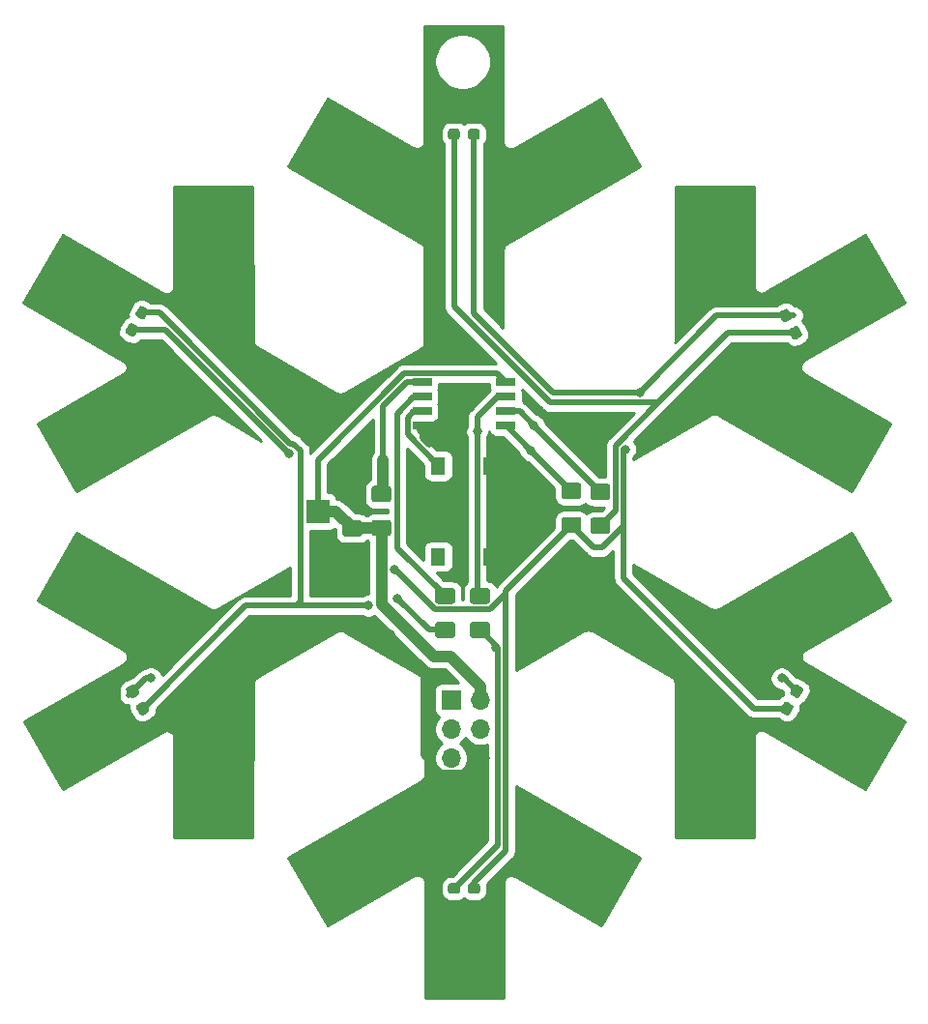
<source format=gbr>
%TF.GenerationSoftware,KiCad,Pcbnew,5.1.6-c6e7f7d~87~ubuntu19.10.1*%
%TF.CreationDate,2021-11-13T16:17:34-08:00*%
%TF.ProjectId,snowflake2021,736e6f77-666c-4616-9b65-323032312e6b,rev?*%
%TF.SameCoordinates,Original*%
%TF.FileFunction,Copper,L1,Top*%
%TF.FilePolarity,Positive*%
%FSLAX46Y46*%
G04 Gerber Fmt 4.6, Leading zero omitted, Abs format (unit mm)*
G04 Created by KiCad (PCBNEW 5.1.6-c6e7f7d~87~ubuntu19.10.1) date 2021-11-13 16:17:34*
%MOMM*%
%LPD*%
G01*
G04 APERTURE LIST*
%TA.AperFunction,ComponentPad*%
%ADD10C,2.100000*%
%TD*%
%TA.AperFunction,ComponentPad*%
%ADD11R,2.100000X2.100000*%
%TD*%
%TA.AperFunction,SMDPad,CuDef*%
%ADD12R,1.300000X1.550000*%
%TD*%
%TA.AperFunction,SMDPad,CuDef*%
%ADD13R,1.700000X0.650000*%
%TD*%
%TA.AperFunction,ComponentPad*%
%ADD14O,1.700000X1.700000*%
%TD*%
%TA.AperFunction,ComponentPad*%
%ADD15R,1.700000X1.700000*%
%TD*%
%TA.AperFunction,ViaPad*%
%ADD16C,0.800000*%
%TD*%
%TA.AperFunction,Conductor*%
%ADD17C,0.500000*%
%TD*%
%TA.AperFunction,Conductor*%
%ADD18C,1.000000*%
%TD*%
%TA.AperFunction,Conductor*%
%ADD19C,0.254000*%
%TD*%
G04 APERTURE END LIST*
D10*
%TO.P,BT1,2*%
%TO.N,GND*%
X152080000Y-69850000D03*
D11*
%TO.P,BT1,1*%
%TO.N,VCC*%
X132080000Y-69850000D03*
%TD*%
D12*
%TO.P,SW1,2*%
%TO.N,GND*%
X147157000Y-65875000D03*
%TO.P,SW1,1*%
%TO.N,Net-(SW1-Pad1)*%
X142657000Y-65875000D03*
X142657000Y-73825000D03*
%TO.P,SW1,2*%
%TO.N,GND*%
X147157000Y-73825000D03*
%TD*%
%TO.P,R4,2*%
%TO.N,mosi*%
%TA.AperFunction,SMDPad,CuDef*%
G36*
G01*
X154930000Y-68784500D02*
X153680000Y-68784500D01*
G75*
G02*
X153430000Y-68534500I0J250000D01*
G01*
X153430000Y-67609500D01*
G75*
G02*
X153680000Y-67359500I250000J0D01*
G01*
X154930000Y-67359500D01*
G75*
G02*
X155180000Y-67609500I0J-250000D01*
G01*
X155180000Y-68534500D01*
G75*
G02*
X154930000Y-68784500I-250000J0D01*
G01*
G37*
%TD.AperFunction*%
%TO.P,R4,1*%
%TO.N,row_a*%
%TA.AperFunction,SMDPad,CuDef*%
G36*
G01*
X154930000Y-71759500D02*
X153680000Y-71759500D01*
G75*
G02*
X153430000Y-71509500I0J250000D01*
G01*
X153430000Y-70584500D01*
G75*
G02*
X153680000Y-70334500I250000J0D01*
G01*
X154930000Y-70334500D01*
G75*
G02*
X155180000Y-70584500I0J-250000D01*
G01*
X155180000Y-71509500D01*
G75*
G02*
X154930000Y-71759500I-250000J0D01*
G01*
G37*
%TD.AperFunction*%
%TD*%
%TO.P,R3,2*%
%TO.N,col_c*%
%TA.AperFunction,SMDPad,CuDef*%
G36*
G01*
X142631000Y-79515000D02*
X143881000Y-79515000D01*
G75*
G02*
X144131000Y-79765000I0J-250000D01*
G01*
X144131000Y-80690000D01*
G75*
G02*
X143881000Y-80940000I-250000J0D01*
G01*
X142631000Y-80940000D01*
G75*
G02*
X142381000Y-80690000I0J250000D01*
G01*
X142381000Y-79765000D01*
G75*
G02*
X142631000Y-79515000I250000J0D01*
G01*
G37*
%TD.AperFunction*%
%TO.P,R3,1*%
%TO.N,Net-(R3-Pad1)*%
%TA.AperFunction,SMDPad,CuDef*%
G36*
G01*
X142631000Y-76540000D02*
X143881000Y-76540000D01*
G75*
G02*
X144131000Y-76790000I0J-250000D01*
G01*
X144131000Y-77715000D01*
G75*
G02*
X143881000Y-77965000I-250000J0D01*
G01*
X142631000Y-77965000D01*
G75*
G02*
X142381000Y-77715000I0J250000D01*
G01*
X142381000Y-76790000D01*
G75*
G02*
X142631000Y-76540000I250000J0D01*
G01*
G37*
%TD.AperFunction*%
%TD*%
%TO.P,R2,2*%
%TO.N,sck*%
%TA.AperFunction,SMDPad,CuDef*%
G36*
G01*
X146929000Y-77965000D02*
X145679000Y-77965000D01*
G75*
G02*
X145429000Y-77715000I0J250000D01*
G01*
X145429000Y-76790000D01*
G75*
G02*
X145679000Y-76540000I250000J0D01*
G01*
X146929000Y-76540000D01*
G75*
G02*
X147179000Y-76790000I0J-250000D01*
G01*
X147179000Y-77715000D01*
G75*
G02*
X146929000Y-77965000I-250000J0D01*
G01*
G37*
%TD.AperFunction*%
%TO.P,R2,1*%
%TO.N,col_b*%
%TA.AperFunction,SMDPad,CuDef*%
G36*
G01*
X146929000Y-80940000D02*
X145679000Y-80940000D01*
G75*
G02*
X145429000Y-80690000I0J250000D01*
G01*
X145429000Y-79765000D01*
G75*
G02*
X145679000Y-79515000I250000J0D01*
G01*
X146929000Y-79515000D01*
G75*
G02*
X147179000Y-79765000I0J-250000D01*
G01*
X147179000Y-80690000D01*
G75*
G02*
X146929000Y-80940000I-250000J0D01*
G01*
G37*
%TD.AperFunction*%
%TD*%
%TO.P,R1,2*%
%TO.N,miso*%
%TA.AperFunction,SMDPad,CuDef*%
G36*
G01*
X157470000Y-68857500D02*
X156220000Y-68857500D01*
G75*
G02*
X155970000Y-68607500I0J250000D01*
G01*
X155970000Y-67682500D01*
G75*
G02*
X156220000Y-67432500I250000J0D01*
G01*
X157470000Y-67432500D01*
G75*
G02*
X157720000Y-67682500I0J-250000D01*
G01*
X157720000Y-68607500D01*
G75*
G02*
X157470000Y-68857500I-250000J0D01*
G01*
G37*
%TD.AperFunction*%
%TO.P,R1,1*%
%TO.N,col_a*%
%TA.AperFunction,SMDPad,CuDef*%
G36*
G01*
X157470000Y-71832500D02*
X156220000Y-71832500D01*
G75*
G02*
X155970000Y-71582500I0J250000D01*
G01*
X155970000Y-70657500D01*
G75*
G02*
X156220000Y-70407500I250000J0D01*
G01*
X157470000Y-70407500D01*
G75*
G02*
X157720000Y-70657500I0J-250000D01*
G01*
X157720000Y-71582500D01*
G75*
G02*
X157470000Y-71832500I-250000J0D01*
G01*
G37*
%TD.AperFunction*%
%TD*%
%TO.P,D6,2*%
%TO.N,col_c*%
%TA.AperFunction,SMDPad,CuDef*%
G36*
G01*
X116642181Y-53032869D02*
X116230819Y-52795369D01*
G75*
G02*
X116143888Y-52470938I118750J205681D01*
G01*
X116431388Y-51972974D01*
G75*
G02*
X116755819Y-51886043I205681J-118750D01*
G01*
X117167181Y-52123543D01*
G75*
G02*
X117254112Y-52447974I-118750J-205681D01*
G01*
X116966612Y-52945938D01*
G75*
G02*
X116642181Y-53032869I-205681J118750D01*
G01*
G37*
%TD.AperFunction*%
%TO.P,D6,1*%
%TO.N,row_a*%
%TA.AperFunction,SMDPad,CuDef*%
G36*
G01*
X115767181Y-54548413D02*
X115355819Y-54310913D01*
G75*
G02*
X115268888Y-53986482I118750J205681D01*
G01*
X115556388Y-53488518D01*
G75*
G02*
X115880819Y-53401587I205681J-118750D01*
G01*
X116292181Y-53639087D01*
G75*
G02*
X116379112Y-53963518I-118750J-205681D01*
G01*
X116091612Y-54461482D01*
G75*
G02*
X115767181Y-54548413I-205681J118750D01*
G01*
G37*
%TD.AperFunction*%
%TD*%
%TO.P,D5,2*%
%TO.N,row_a*%
%TA.AperFunction,SMDPad,CuDef*%
G36*
G01*
X116348681Y-85938141D02*
X115937319Y-86175641D01*
G75*
G02*
X115612888Y-86088710I-118750J205681D01*
G01*
X115325388Y-85590746D01*
G75*
G02*
X115412319Y-85266315I205681J118750D01*
G01*
X115823681Y-85028815D01*
G75*
G02*
X116148112Y-85115746I118750J-205681D01*
G01*
X116435612Y-85613710D01*
G75*
G02*
X116348681Y-85938141I-205681J-118750D01*
G01*
G37*
%TD.AperFunction*%
%TO.P,D5,1*%
%TO.N,col_c*%
%TA.AperFunction,SMDPad,CuDef*%
G36*
G01*
X117223681Y-87453685D02*
X116812319Y-87691185D01*
G75*
G02*
X116487888Y-87604254I-118750J205681D01*
G01*
X116200388Y-87106290D01*
G75*
G02*
X116287319Y-86781859I205681J118750D01*
G01*
X116698681Y-86544359D01*
G75*
G02*
X117023112Y-86631290I118750J-205681D01*
G01*
X117310612Y-87129254D01*
G75*
G02*
X117223681Y-87453685I-205681J-118750D01*
G01*
G37*
%TD.AperFunction*%
%TD*%
%TO.P,D4,2*%
%TO.N,col_b*%
%TA.AperFunction,SMDPad,CuDef*%
G36*
G01*
X144557000Y-102632500D02*
X144557000Y-103107500D01*
G75*
G02*
X144319500Y-103345000I-237500J0D01*
G01*
X143744500Y-103345000D01*
G75*
G02*
X143507000Y-103107500I0J237500D01*
G01*
X143507000Y-102632500D01*
G75*
G02*
X143744500Y-102395000I237500J0D01*
G01*
X144319500Y-102395000D01*
G75*
G02*
X144557000Y-102632500I0J-237500D01*
G01*
G37*
%TD.AperFunction*%
%TO.P,D4,1*%
%TO.N,row_a*%
%TA.AperFunction,SMDPad,CuDef*%
G36*
G01*
X146307000Y-102632500D02*
X146307000Y-103107500D01*
G75*
G02*
X146069500Y-103345000I-237500J0D01*
G01*
X145494500Y-103345000D01*
G75*
G02*
X145257000Y-103107500I0J237500D01*
G01*
X145257000Y-102632500D01*
G75*
G02*
X145494500Y-102395000I237500J0D01*
G01*
X146069500Y-102395000D01*
G75*
G02*
X146307000Y-102632500I0J-237500D01*
G01*
G37*
%TD.AperFunction*%
%TD*%
%TO.P,D3,2*%
%TO.N,row_a*%
%TA.AperFunction,SMDPad,CuDef*%
G36*
G01*
X173228319Y-86544359D02*
X173639681Y-86781859D01*
G75*
G02*
X173726612Y-87106290I-118750J-205681D01*
G01*
X173439112Y-87604254D01*
G75*
G02*
X173114681Y-87691185I-205681J118750D01*
G01*
X172703319Y-87453685D01*
G75*
G02*
X172616388Y-87129254I118750J205681D01*
G01*
X172903888Y-86631290D01*
G75*
G02*
X173228319Y-86544359I205681J-118750D01*
G01*
G37*
%TD.AperFunction*%
%TO.P,D3,1*%
%TO.N,col_b*%
%TA.AperFunction,SMDPad,CuDef*%
G36*
G01*
X174103319Y-85028815D02*
X174514681Y-85266315D01*
G75*
G02*
X174601612Y-85590746I-118750J-205681D01*
G01*
X174314112Y-86088710D01*
G75*
G02*
X173989681Y-86175641I-205681J118750D01*
G01*
X173578319Y-85938141D01*
G75*
G02*
X173491388Y-85613710I118750J205681D01*
G01*
X173778888Y-85115746D01*
G75*
G02*
X174103319Y-85028815I205681J-118750D01*
G01*
G37*
%TD.AperFunction*%
%TD*%
%TO.P,D2,2*%
%TO.N,col_a*%
%TA.AperFunction,SMDPad,CuDef*%
G36*
G01*
X173465319Y-53888859D02*
X173876681Y-53651359D01*
G75*
G02*
X174201112Y-53738290I118750J-205681D01*
G01*
X174488612Y-54236254D01*
G75*
G02*
X174401681Y-54560685I-205681J-118750D01*
G01*
X173990319Y-54798185D01*
G75*
G02*
X173665888Y-54711254I-118750J205681D01*
G01*
X173378388Y-54213290D01*
G75*
G02*
X173465319Y-53888859I205681J118750D01*
G01*
G37*
%TD.AperFunction*%
%TO.P,D2,1*%
%TO.N,row_a*%
%TA.AperFunction,SMDPad,CuDef*%
G36*
G01*
X172590319Y-52373315D02*
X173001681Y-52135815D01*
G75*
G02*
X173326112Y-52222746I118750J-205681D01*
G01*
X173613612Y-52720710D01*
G75*
G02*
X173526681Y-53045141I-205681J-118750D01*
G01*
X173115319Y-53282641D01*
G75*
G02*
X172790888Y-53195710I-118750J205681D01*
G01*
X172503388Y-52697746D01*
G75*
G02*
X172590319Y-52373315I205681J118750D01*
G01*
G37*
%TD.AperFunction*%
%TD*%
%TO.P,D1,2*%
%TO.N,row_a*%
%TA.AperFunction,SMDPad,CuDef*%
G36*
G01*
X145243000Y-37067500D02*
X145243000Y-36592500D01*
G75*
G02*
X145480500Y-36355000I237500J0D01*
G01*
X146055500Y-36355000D01*
G75*
G02*
X146293000Y-36592500I0J-237500D01*
G01*
X146293000Y-37067500D01*
G75*
G02*
X146055500Y-37305000I-237500J0D01*
G01*
X145480500Y-37305000D01*
G75*
G02*
X145243000Y-37067500I0J237500D01*
G01*
G37*
%TD.AperFunction*%
%TO.P,D1,1*%
%TO.N,col_a*%
%TA.AperFunction,SMDPad,CuDef*%
G36*
G01*
X143493000Y-37067500D02*
X143493000Y-36592500D01*
G75*
G02*
X143730500Y-36355000I237500J0D01*
G01*
X144305500Y-36355000D01*
G75*
G02*
X144543000Y-36592500I0J-237500D01*
G01*
X144543000Y-37067500D01*
G75*
G02*
X144305500Y-37305000I-237500J0D01*
G01*
X143730500Y-37305000D01*
G75*
G02*
X143493000Y-37067500I0J237500D01*
G01*
G37*
%TD.AperFunction*%
%TD*%
%TO.P,C1,2*%
%TO.N,GND*%
%TA.AperFunction,SMDPad,CuDef*%
G36*
G01*
X135753000Y-69075000D02*
X134503000Y-69075000D01*
G75*
G02*
X134253000Y-68825000I0J250000D01*
G01*
X134253000Y-67900000D01*
G75*
G02*
X134503000Y-67650000I250000J0D01*
G01*
X135753000Y-67650000D01*
G75*
G02*
X136003000Y-67900000I0J-250000D01*
G01*
X136003000Y-68825000D01*
G75*
G02*
X135753000Y-69075000I-250000J0D01*
G01*
G37*
%TD.AperFunction*%
%TO.P,C1,1*%
%TO.N,VCC*%
%TA.AperFunction,SMDPad,CuDef*%
G36*
G01*
X135753000Y-72050000D02*
X134503000Y-72050000D01*
G75*
G02*
X134253000Y-71800000I0J250000D01*
G01*
X134253000Y-70875000D01*
G75*
G02*
X134503000Y-70625000I250000J0D01*
G01*
X135753000Y-70625000D01*
G75*
G02*
X136003000Y-70875000I0J-250000D01*
G01*
X136003000Y-71800000D01*
G75*
G02*
X135753000Y-72050000I-250000J0D01*
G01*
G37*
%TD.AperFunction*%
%TD*%
D13*
%TO.P,U1,1*%
%TO.N,rst*%
X141257000Y-58547000D03*
%TO.P,U1,2*%
%TO.N,Net-(R3-Pad1)*%
X141257000Y-59817000D03*
%TO.P,U1,3*%
%TO.N,Net-(SW1-Pad1)*%
X141257000Y-61087000D03*
%TO.P,U1,4*%
%TO.N,GND*%
X141257000Y-62357000D03*
%TO.P,U1,5*%
%TO.N,mosi*%
X148557000Y-62357000D03*
%TO.P,U1,6*%
%TO.N,miso*%
X148557000Y-61087000D03*
%TO.P,U1,7*%
%TO.N,sck*%
X148557000Y-59817000D03*
%TO.P,U1,8*%
%TO.N,VCC*%
X148557000Y-58547000D03*
%TD*%
%TO.P,R5,2*%
%TO.N,rst*%
%TA.AperFunction,SMDPad,CuDef*%
G36*
G01*
X138293000Y-69038500D02*
X137043000Y-69038500D01*
G75*
G02*
X136793000Y-68788500I0J250000D01*
G01*
X136793000Y-67863500D01*
G75*
G02*
X137043000Y-67613500I250000J0D01*
G01*
X138293000Y-67613500D01*
G75*
G02*
X138543000Y-67863500I0J-250000D01*
G01*
X138543000Y-68788500D01*
G75*
G02*
X138293000Y-69038500I-250000J0D01*
G01*
G37*
%TD.AperFunction*%
%TO.P,R5,1*%
%TO.N,VCC*%
%TA.AperFunction,SMDPad,CuDef*%
G36*
G01*
X138293000Y-72013500D02*
X137043000Y-72013500D01*
G75*
G02*
X136793000Y-71763500I0J250000D01*
G01*
X136793000Y-70838500D01*
G75*
G02*
X137043000Y-70588500I250000J0D01*
G01*
X138293000Y-70588500D01*
G75*
G02*
X138543000Y-70838500I0J-250000D01*
G01*
X138543000Y-71763500D01*
G75*
G02*
X138293000Y-72013500I-250000J0D01*
G01*
G37*
%TD.AperFunction*%
%TD*%
D14*
%TO.P,J1,6*%
%TO.N,GND*%
X146304000Y-91440000D03*
%TO.P,J1,5*%
%TO.N,rst*%
X143764000Y-91440000D03*
%TO.P,J1,4*%
%TO.N,mosi*%
X146304000Y-88900000D03*
%TO.P,J1,3*%
%TO.N,sck*%
X143764000Y-88900000D03*
%TO.P,J1,2*%
%TO.N,VCC*%
X146304000Y-86360000D03*
D15*
%TO.P,J1,1*%
%TO.N,miso*%
X143764000Y-86360000D03*
%TD*%
D16*
%TO.N,GND*%
X138430000Y-80645000D03*
X135255000Y-66675000D03*
X141888541Y-63851459D03*
X136525000Y-63500000D03*
X144780000Y-56515000D03*
X160655000Y-63500000D03*
X152400000Y-74930000D03*
X132080000Y-76835000D03*
X154305000Y-63500000D03*
%TO.N,rst*%
X137795000Y-65405000D03*
%TO.N,mosi*%
X150749000Y-64516000D03*
%TO.N,sck*%
X146056999Y-62871999D03*
%TO.N,miso*%
X151030000Y-62330000D03*
%TO.N,row_a*%
X129540000Y-64770000D03*
X138768000Y-74930000D03*
X159033541Y-64418541D03*
X160292627Y-59417373D03*
X117475000Y-84455000D03*
%TO.N,col_b*%
X147703640Y-81777130D03*
X172720000Y-84455000D03*
%TO.N,col_c*%
X139065000Y-77470000D03*
X136525000Y-78105000D03*
X136525000Y-78105000D03*
%TD*%
D17*
%TO.N,GND*%
X141327167Y-91162167D02*
X141327167Y-83542167D01*
X142905001Y-92740001D02*
X141327167Y-91162167D01*
X145003999Y-92740001D02*
X142905001Y-92740001D01*
X146304000Y-91440000D02*
X145003999Y-92740001D01*
X141327167Y-83542167D02*
X138430000Y-80645000D01*
D18*
X135255000Y-68235500D02*
X135128000Y-68362500D01*
X135255000Y-66675000D02*
X135255000Y-68235500D01*
D17*
X141257000Y-62357000D02*
X141257000Y-63432038D01*
X141257000Y-63432038D02*
X141782481Y-63957519D01*
X141782481Y-63957519D02*
X141888541Y-63851459D01*
X135255000Y-66675000D02*
X135255000Y-64770000D01*
X135255000Y-64770000D02*
X136525000Y-63500000D01*
D18*
%TO.N,VCC*%
X133640500Y-69850000D02*
X135128000Y-71337500D01*
X132080000Y-69850000D02*
X133640500Y-69850000D01*
X135164500Y-71301000D02*
X135128000Y-71337500D01*
X137668000Y-71301000D02*
X135164500Y-71301000D01*
D17*
X132080000Y-65384038D02*
X139692039Y-57771999D01*
X132080000Y-69850000D02*
X132080000Y-65384038D01*
X147781999Y-57771999D02*
X148557000Y-58547000D01*
X139692039Y-57771999D02*
X147781999Y-57771999D01*
D18*
X137668000Y-71301000D02*
X137668000Y-77978000D01*
X137668000Y-77978000D02*
X142240000Y-82550000D01*
X146304000Y-85157919D02*
X146304000Y-86360000D01*
X143696081Y-82550000D02*
X146304000Y-85157919D01*
X142240000Y-82550000D02*
X143696081Y-82550000D01*
%TO.N,rst*%
X137795000Y-68199000D02*
X137668000Y-68326000D01*
X137795000Y-65405000D02*
X137795000Y-68199000D01*
D17*
X137795000Y-60659000D02*
X137795000Y-65405000D01*
X139907000Y-58547000D02*
X137795000Y-60659000D01*
X141257000Y-58547000D02*
X139907000Y-58547000D01*
%TO.N,mosi*%
X148557000Y-62357000D02*
X148590000Y-62357000D01*
X150749000Y-64516000D02*
X154305000Y-68072000D01*
X148590000Y-62357000D02*
X150749000Y-64516000D01*
%TO.N,sck*%
X146056999Y-77005499D02*
X146304000Y-77252500D01*
X147841998Y-59817000D02*
X146056999Y-61601999D01*
X148557000Y-59817000D02*
X147841998Y-59817000D01*
X146056999Y-62871999D02*
X146056999Y-77005499D01*
X146056999Y-61601999D02*
X146056999Y-62871999D01*
%TO.N,miso*%
X149787000Y-61087000D02*
X151030000Y-62330000D01*
X148557000Y-61087000D02*
X149787000Y-61087000D01*
X151030000Y-62330000D02*
X156845000Y-68145000D01*
%TO.N,row_a*%
X154305000Y-71047000D02*
X156283000Y-73025000D01*
X158870020Y-71172446D02*
X158870020Y-64369942D01*
X157017466Y-73025000D02*
X158870020Y-71172446D01*
X156283000Y-73025000D02*
X157017466Y-73025000D01*
X173819188Y-52709228D02*
X173058500Y-52709228D01*
X152720329Y-59417373D02*
X160292627Y-59417373D01*
X145768000Y-52465044D02*
X152720329Y-59417373D01*
X145768000Y-36830000D02*
X145768000Y-52465044D01*
X167000772Y-52709228D02*
X173058500Y-52709228D01*
X160292627Y-59417373D02*
X167000772Y-52709228D01*
X158870020Y-71172446D02*
X158870020Y-75685020D01*
X170302772Y-87117772D02*
X173171500Y-87117772D01*
X158870020Y-75685020D02*
X170302772Y-87117772D01*
X148553640Y-76798360D02*
X154305000Y-71047000D01*
X148553640Y-99623360D02*
X148553640Y-76798360D01*
X145782000Y-102395000D02*
X148553640Y-99623360D01*
X145782000Y-102870000D02*
X145782000Y-102395000D01*
X115880500Y-85602228D02*
X115532776Y-85949952D01*
X115824000Y-53975000D02*
X118745000Y-53975000D01*
X118745000Y-53975000D02*
X129540000Y-64770000D01*
X142341044Y-78415010D02*
X138856034Y-74930000D01*
X147218956Y-78415010D02*
X142341044Y-78415010D01*
X148553640Y-77080326D02*
X147218956Y-78415010D01*
X148553640Y-76798360D02*
X148553640Y-77080326D01*
X138856034Y-74930000D02*
X138768000Y-74930000D01*
X158984942Y-64369942D02*
X159033541Y-64418541D01*
X158870020Y-64369942D02*
X158984942Y-64369942D01*
X117027728Y-84455000D02*
X115880500Y-85602228D01*
X117475000Y-84455000D02*
X117027728Y-84455000D01*
%TO.N,col_a*%
X158170010Y-69794990D02*
X158170010Y-64079990D01*
X156845000Y-71120000D02*
X158170010Y-69794990D01*
X168025228Y-54224772D02*
X173933500Y-54224772D01*
X144018000Y-36830000D02*
X144018000Y-51943000D01*
X144018000Y-51943000D02*
X152400000Y-60325000D01*
X152400000Y-60325000D02*
X161925000Y-60325000D01*
X161925000Y-60325000D02*
X168025228Y-54224772D01*
X158170010Y-64079990D02*
X161925000Y-60325000D01*
%TO.N,col_b*%
X146304000Y-80227500D02*
X147853630Y-81777130D01*
X147853630Y-99048370D02*
X144032000Y-102870000D01*
X147853630Y-81777130D02*
X147853630Y-99048370D01*
X147853630Y-81777130D02*
X147703640Y-81777130D01*
X172899272Y-84455000D02*
X174046500Y-85602228D01*
X172720000Y-84455000D02*
X172899272Y-84455000D01*
%TO.N,col_c*%
X143256000Y-80227500D02*
X141822500Y-80227500D01*
X141822500Y-80227500D02*
X139065000Y-77470000D01*
X125768272Y-78105000D02*
X116755500Y-87117772D01*
X136525000Y-78105000D02*
X130810000Y-78105000D01*
X130579999Y-64551997D02*
X130579999Y-77700001D01*
X129948001Y-63919999D02*
X130579999Y-64551997D01*
X129679961Y-63919999D02*
X129948001Y-63919999D01*
X118219418Y-52459456D02*
X129679961Y-63919999D01*
X130579999Y-77700001D02*
X130175000Y-78105000D01*
X116699000Y-52459456D02*
X118219418Y-52459456D01*
X130175000Y-78105000D02*
X125768272Y-78105000D01*
X130810000Y-78105000D02*
X130175000Y-78105000D01*
%TO.N,Net-(SW1-Pad1)*%
X139956999Y-61671999D02*
X139956999Y-63121999D01*
X140541998Y-61087000D02*
X139956999Y-61671999D01*
X141257000Y-61087000D02*
X140541998Y-61087000D01*
X142657000Y-65822000D02*
X142657000Y-65875000D01*
X139956999Y-63121999D02*
X142657000Y-65822000D01*
%TO.N,Net-(R3-Pad1)*%
X140541998Y-59817000D02*
X139065000Y-61293998D01*
X141257000Y-59817000D02*
X140541998Y-59817000D01*
X139065000Y-73061500D02*
X143256000Y-77252500D01*
X139065000Y-61293998D02*
X139065000Y-73061500D01*
%TD*%
D19*
%TO.N,GND*%
G36*
X122659361Y-78427803D02*
G01*
X122705718Y-78456636D01*
X122747675Y-78472433D01*
X122788571Y-78490879D01*
X122809572Y-78495738D01*
X122829747Y-78503334D01*
X122873998Y-78510644D01*
X122917689Y-78520753D01*
X122939237Y-78521422D01*
X122960504Y-78524935D01*
X123005321Y-78523473D01*
X123050154Y-78524864D01*
X123071420Y-78521316D01*
X123092962Y-78520613D01*
X123136630Y-78510436D01*
X123180876Y-78503054D01*
X123201042Y-78495425D01*
X123222032Y-78490533D01*
X123262879Y-78472031D01*
X123304831Y-78456159D01*
X123351191Y-78427221D01*
X129695000Y-74765521D01*
X129695000Y-77220000D01*
X125811737Y-77220000D01*
X125768271Y-77215719D01*
X125724805Y-77220000D01*
X125724795Y-77220000D01*
X125594782Y-77232805D01*
X125427959Y-77283411D01*
X125274213Y-77365589D01*
X125274211Y-77365590D01*
X125274212Y-77365590D01*
X125173225Y-77448468D01*
X125173223Y-77448470D01*
X125139455Y-77476183D01*
X125111742Y-77509951D01*
X118469747Y-84151946D01*
X118392205Y-83964744D01*
X118278937Y-83795226D01*
X118134774Y-83651063D01*
X117965256Y-83537795D01*
X117776898Y-83459774D01*
X117576939Y-83420000D01*
X117373061Y-83420000D01*
X117173102Y-83459774D01*
X116984744Y-83537795D01*
X116928298Y-83575511D01*
X116854238Y-83582805D01*
X116687415Y-83633411D01*
X116533669Y-83715589D01*
X116533667Y-83715590D01*
X116533668Y-83715590D01*
X116432681Y-83798468D01*
X116432679Y-83798470D01*
X116398911Y-83826183D01*
X116371198Y-83859951D01*
X115865973Y-84365177D01*
X115828146Y-84366415D01*
X115660988Y-84405391D01*
X115504645Y-84476228D01*
X115093283Y-84713728D01*
X114953764Y-84813706D01*
X114836431Y-84938982D01*
X114745792Y-85084741D01*
X114685331Y-85245382D01*
X114657372Y-85414731D01*
X114662988Y-85586282D01*
X114687015Y-85689325D01*
X114660581Y-85776462D01*
X114643495Y-85949952D01*
X114660581Y-86123442D01*
X114711188Y-86290265D01*
X114793366Y-86444011D01*
X114903959Y-86578769D01*
X115038717Y-86689362D01*
X115192463Y-86771540D01*
X115359286Y-86822147D01*
X115532776Y-86839233D01*
X115547645Y-86837769D01*
X115532372Y-86930275D01*
X115537988Y-87101826D01*
X115576964Y-87268984D01*
X115647802Y-87425326D01*
X115935302Y-87923290D01*
X116035279Y-88062809D01*
X116160555Y-88180142D01*
X116306313Y-88270781D01*
X116466954Y-88331242D01*
X116636304Y-88359201D01*
X116807854Y-88353585D01*
X116975012Y-88314609D01*
X117131355Y-88243772D01*
X117542717Y-88006272D01*
X117682236Y-87906294D01*
X117799569Y-87781018D01*
X117890208Y-87635259D01*
X117950669Y-87474618D01*
X117978628Y-87305269D01*
X117973586Y-87151264D01*
X126134851Y-78990000D01*
X130131531Y-78990000D01*
X130175000Y-78994281D01*
X130218469Y-78990000D01*
X135986546Y-78990000D01*
X136034744Y-79022205D01*
X136223102Y-79100226D01*
X136423061Y-79140000D01*
X136626939Y-79140000D01*
X136826898Y-79100226D01*
X137015256Y-79022205D01*
X137070297Y-78985428D01*
X141398009Y-83313141D01*
X141433551Y-83356449D01*
X141606377Y-83498284D01*
X141803553Y-83603676D01*
X142017501Y-83668577D01*
X142184248Y-83685000D01*
X142184257Y-83685000D01*
X142239999Y-83690490D01*
X142295741Y-83685000D01*
X143225950Y-83685000D01*
X144412877Y-84871928D01*
X142914000Y-84871928D01*
X142789518Y-84884188D01*
X142669820Y-84920498D01*
X142559506Y-84979463D01*
X142462815Y-85058815D01*
X142383463Y-85155506D01*
X142324498Y-85265820D01*
X142288188Y-85385518D01*
X142275928Y-85510000D01*
X142275928Y-87210000D01*
X142288188Y-87334482D01*
X142324498Y-87454180D01*
X142383463Y-87564494D01*
X142462815Y-87661185D01*
X142559506Y-87740537D01*
X142669820Y-87799502D01*
X142742380Y-87821513D01*
X142610525Y-87953368D01*
X142448010Y-88196589D01*
X142336068Y-88466842D01*
X142279000Y-88753740D01*
X142279000Y-89046260D01*
X142336068Y-89333158D01*
X142448010Y-89603411D01*
X142610525Y-89846632D01*
X142817368Y-90053475D01*
X142991760Y-90170000D01*
X142817368Y-90286525D01*
X142610525Y-90493368D01*
X142448010Y-90736589D01*
X142336068Y-91006842D01*
X142279000Y-91293740D01*
X142279000Y-91586260D01*
X142336068Y-91873158D01*
X142448010Y-92143411D01*
X142610525Y-92386632D01*
X142817368Y-92593475D01*
X143060589Y-92755990D01*
X143330842Y-92867932D01*
X143617740Y-92925000D01*
X143910260Y-92925000D01*
X144197158Y-92867932D01*
X144467411Y-92755990D01*
X144710632Y-92593475D01*
X144917475Y-92386632D01*
X145079990Y-92143411D01*
X145191932Y-91873158D01*
X145249000Y-91586260D01*
X145249000Y-91293740D01*
X145191932Y-91006842D01*
X145079990Y-90736589D01*
X144917475Y-90493368D01*
X144710632Y-90286525D01*
X144536240Y-90170000D01*
X144710632Y-90053475D01*
X144917475Y-89846632D01*
X145034000Y-89672240D01*
X145150525Y-89846632D01*
X145357368Y-90053475D01*
X145600589Y-90215990D01*
X145870842Y-90327932D01*
X146157740Y-90385000D01*
X146450260Y-90385000D01*
X146737158Y-90327932D01*
X146968630Y-90232053D01*
X146968631Y-98681790D01*
X143893494Y-101756928D01*
X143744500Y-101756928D01*
X143573684Y-101773752D01*
X143409433Y-101823577D01*
X143258058Y-101904488D01*
X143125377Y-102013377D01*
X143016488Y-102146058D01*
X142935577Y-102297433D01*
X142885752Y-102461684D01*
X142868928Y-102632500D01*
X142868928Y-103107500D01*
X142885752Y-103278316D01*
X142935577Y-103442567D01*
X143016488Y-103593942D01*
X143125377Y-103726623D01*
X143258058Y-103835512D01*
X143409433Y-103916423D01*
X143573684Y-103966248D01*
X143744500Y-103983072D01*
X144319500Y-103983072D01*
X144490316Y-103966248D01*
X144654567Y-103916423D01*
X144805942Y-103835512D01*
X144907000Y-103752575D01*
X145008058Y-103835512D01*
X145159433Y-103916423D01*
X145323684Y-103966248D01*
X145494500Y-103983072D01*
X146069500Y-103983072D01*
X146240316Y-103966248D01*
X146404567Y-103916423D01*
X146555942Y-103835512D01*
X146688623Y-103726623D01*
X146797512Y-103593942D01*
X146878423Y-103442567D01*
X146928248Y-103278316D01*
X146945072Y-103107500D01*
X146945072Y-102632500D01*
X146931713Y-102496865D01*
X149148690Y-100279889D01*
X149182457Y-100252177D01*
X149243350Y-100177980D01*
X149293051Y-100117419D01*
X149375228Y-99963674D01*
X149375229Y-99963673D01*
X149425835Y-99796850D01*
X149438640Y-99666837D01*
X149438640Y-99666829D01*
X149442921Y-99623360D01*
X149438640Y-99579891D01*
X149438640Y-93897851D01*
X160325949Y-100204524D01*
X156890812Y-106134803D01*
X149425773Y-101818959D01*
X149417038Y-101811790D01*
X149368477Y-101785834D01*
X149349576Y-101774906D01*
X149339358Y-101770269D01*
X149300158Y-101749316D01*
X149279133Y-101742938D01*
X149259133Y-101733862D01*
X149215867Y-101723747D01*
X149173336Y-101710845D01*
X149151473Y-101708692D01*
X149130084Y-101703691D01*
X149085673Y-101702211D01*
X149041445Y-101697855D01*
X149019580Y-101700008D01*
X148997630Y-101699277D01*
X148953786Y-101706489D01*
X148909555Y-101710845D01*
X148888534Y-101717222D01*
X148866858Y-101720787D01*
X148825261Y-101736415D01*
X148782733Y-101749316D01*
X148763355Y-101759674D01*
X148742796Y-101767398D01*
X148705050Y-101790839D01*
X148665853Y-101811790D01*
X148648872Y-101825726D01*
X148630210Y-101837315D01*
X148597760Y-101867672D01*
X148563406Y-101895865D01*
X148549468Y-101912848D01*
X148533429Y-101927853D01*
X148507523Y-101963959D01*
X148479331Y-101998312D01*
X148468976Y-102017684D01*
X148456170Y-102035533D01*
X148437805Y-102076002D01*
X148416857Y-102115192D01*
X148410481Y-102136211D01*
X148401402Y-102156217D01*
X148391283Y-102199497D01*
X148378386Y-102242014D01*
X148376233Y-102263869D01*
X148371231Y-102285266D01*
X148369750Y-102329693D01*
X148368651Y-102340856D01*
X148368651Y-102362686D01*
X148366817Y-102417720D01*
X148368651Y-102428870D01*
X148368650Y-112474613D01*
X141512157Y-112474613D01*
X141512157Y-102395652D01*
X141514007Y-102384376D01*
X141512157Y-102329533D01*
X141512157Y-102307783D01*
X141511041Y-102296454D01*
X141509539Y-102251922D01*
X141504563Y-102230676D01*
X141502422Y-102208941D01*
X141489476Y-102166264D01*
X141479316Y-102122886D01*
X141470292Y-102103022D01*
X141463951Y-102082119D01*
X141442928Y-102042787D01*
X141424500Y-102002224D01*
X141411772Y-101984499D01*
X141401477Y-101965239D01*
X141373192Y-101930773D01*
X141347198Y-101894575D01*
X141331253Y-101879671D01*
X141317401Y-101862792D01*
X141282940Y-101834511D01*
X141250380Y-101804076D01*
X141231830Y-101792566D01*
X141214954Y-101778717D01*
X141175640Y-101757703D01*
X141137766Y-101734204D01*
X141117330Y-101726536D01*
X141098074Y-101716243D01*
X141055413Y-101703302D01*
X141013685Y-101687644D01*
X140992146Y-101684110D01*
X140971252Y-101677772D01*
X140926875Y-101673401D01*
X140882904Y-101666187D01*
X140861096Y-101666923D01*
X140839362Y-101664782D01*
X140794985Y-101669153D01*
X140750450Y-101670655D01*
X140729201Y-101675632D01*
X140707471Y-101677772D01*
X140664810Y-101690713D01*
X140621414Y-101700877D01*
X140601540Y-101709906D01*
X140580649Y-101716243D01*
X140541330Y-101737260D01*
X140530988Y-101741958D01*
X140512207Y-101752826D01*
X140463769Y-101778717D01*
X140454929Y-101785972D01*
X132940250Y-106134569D01*
X129505158Y-100204370D01*
X141166743Y-93445059D01*
X141214955Y-93419289D01*
X141249596Y-93390860D01*
X141285977Y-93364696D01*
X141300708Y-93348915D01*
X141317402Y-93335214D01*
X141345834Y-93300569D01*
X141376408Y-93267814D01*
X141387779Y-93249459D01*
X141401477Y-93232767D01*
X141422604Y-93193241D01*
X141446200Y-93155151D01*
X141453770Y-93134935D01*
X141463951Y-93115887D01*
X141476961Y-93072998D01*
X141492673Y-93031037D01*
X141496154Y-93009729D01*
X141502422Y-92989065D01*
X141506815Y-92944459D01*
X141514038Y-92900242D01*
X141512157Y-92845618D01*
X141512157Y-84828862D01*
X141513964Y-84773648D01*
X141506758Y-84730002D01*
X141502422Y-84685979D01*
X141495987Y-84664765D01*
X141492375Y-84642889D01*
X141476791Y-84601486D01*
X141463951Y-84559157D01*
X141453500Y-84539604D01*
X141445690Y-84518855D01*
X141422328Y-84481286D01*
X141401477Y-84442277D01*
X141387416Y-84425143D01*
X141375705Y-84406311D01*
X141345457Y-84374016D01*
X141317401Y-84339830D01*
X141300267Y-84325769D01*
X141285108Y-84309584D01*
X141249140Y-84283810D01*
X141214954Y-84255755D01*
X141166251Y-84229723D01*
X134440065Y-80346438D01*
X134393254Y-80317307D01*
X134351747Y-80301668D01*
X134311340Y-80283360D01*
X134289868Y-80278354D01*
X134269236Y-80270580D01*
X134225472Y-80263339D01*
X134182273Y-80253267D01*
X134160236Y-80252546D01*
X134138484Y-80248947D01*
X134094143Y-80250383D01*
X134049816Y-80248933D01*
X134028065Y-80252524D01*
X134006024Y-80253238D01*
X133962821Y-80263296D01*
X133919057Y-80270521D01*
X133898423Y-80278288D01*
X133876948Y-80283287D01*
X133836527Y-80301585D01*
X133795023Y-80317207D01*
X133748230Y-80346305D01*
X126754767Y-84380778D01*
X126706425Y-84406509D01*
X126671812Y-84434813D01*
X126635452Y-84460849D01*
X126620622Y-84476672D01*
X126603830Y-84490403D01*
X126575399Y-84524923D01*
X126544823Y-84557546D01*
X126533363Y-84575961D01*
X126519575Y-84592702D01*
X126498423Y-84632107D01*
X126474801Y-84670066D01*
X126467156Y-84690355D01*
X126456895Y-84709472D01*
X126443838Y-84752246D01*
X126428074Y-84794084D01*
X126424534Y-84815482D01*
X126418201Y-84836227D01*
X126413740Y-84880718D01*
X126406441Y-84924836D01*
X126408215Y-84979588D01*
X126384614Y-98400732D01*
X119528123Y-98386908D01*
X119543374Y-89762693D01*
X119545284Y-89751117D01*
X119543491Y-89696537D01*
X119543529Y-89675119D01*
X119542406Y-89663508D01*
X119540933Y-89618660D01*
X119536042Y-89597693D01*
X119533969Y-89576260D01*
X119521018Y-89533293D01*
X119510824Y-89489596D01*
X119501936Y-89469985D01*
X119495722Y-89449370D01*
X119474640Y-89409760D01*
X119456115Y-89368887D01*
X119443571Y-89351386D01*
X119433455Y-89332380D01*
X119405046Y-89297638D01*
X119378907Y-89261170D01*
X119363195Y-89246457D01*
X119349561Y-89229784D01*
X119314917Y-89201250D01*
X119282169Y-89170585D01*
X119263884Y-89159218D01*
X119247263Y-89145528D01*
X119207721Y-89124302D01*
X119169617Y-89100614D01*
X119149468Y-89093033D01*
X119130494Y-89082848D01*
X119087572Y-89069745D01*
X119045577Y-89053944D01*
X119024336Y-89050440D01*
X119003740Y-89044152D01*
X118959079Y-89039674D01*
X118914815Y-89032371D01*
X118893300Y-89033078D01*
X118871872Y-89030929D01*
X118827202Y-89035249D01*
X118782358Y-89036722D01*
X118761391Y-89041613D01*
X118739959Y-89043686D01*
X118696993Y-89056637D01*
X118653295Y-89066831D01*
X118633683Y-89075719D01*
X118613069Y-89081933D01*
X118573466Y-89103012D01*
X118562832Y-89107831D01*
X118544267Y-89118552D01*
X118496079Y-89144200D01*
X118487000Y-89151624D01*
X109782039Y-94178760D01*
X106354013Y-88241915D01*
X115083235Y-83206418D01*
X115094034Y-83202342D01*
X115140517Y-83173375D01*
X115159248Y-83162570D01*
X115168592Y-83155879D01*
X115206510Y-83132250D01*
X115222341Y-83117394D01*
X115240001Y-83104749D01*
X115270567Y-83072138D01*
X115303151Y-83041561D01*
X115315782Y-83023899D01*
X115330633Y-83008054D01*
X115354247Y-82970112D01*
X115380242Y-82933761D01*
X115389185Y-82913972D01*
X115400659Y-82895536D01*
X115416418Y-82853713D01*
X115434821Y-82812992D01*
X115439731Y-82791843D01*
X115447389Y-82771519D01*
X115454685Y-82727428D01*
X115464791Y-82683896D01*
X115465481Y-82662187D01*
X115469025Y-82640768D01*
X115467580Y-82596111D01*
X115468999Y-82551434D01*
X115465440Y-82530007D01*
X115464738Y-82508308D01*
X115454609Y-82464795D01*
X115447285Y-82420696D01*
X115439614Y-82400374D01*
X115434692Y-82379230D01*
X115416267Y-82338525D01*
X115400481Y-82296706D01*
X115388994Y-82278272D01*
X115380041Y-82258494D01*
X115354034Y-82222172D01*
X115330389Y-82184230D01*
X115315522Y-82168387D01*
X115302886Y-82150740D01*
X115270297Y-82120194D01*
X115239700Y-82087589D01*
X115222029Y-82074952D01*
X115206192Y-82060108D01*
X115168259Y-82036501D01*
X115158912Y-82029816D01*
X115140179Y-82019025D01*
X115093674Y-81990082D01*
X115082871Y-81986011D01*
X107560062Y-77652386D01*
X110974586Y-71708073D01*
X122659361Y-78427803D01*
G37*
X122659361Y-78427803D02*
X122705718Y-78456636D01*
X122747675Y-78472433D01*
X122788571Y-78490879D01*
X122809572Y-78495738D01*
X122829747Y-78503334D01*
X122873998Y-78510644D01*
X122917689Y-78520753D01*
X122939237Y-78521422D01*
X122960504Y-78524935D01*
X123005321Y-78523473D01*
X123050154Y-78524864D01*
X123071420Y-78521316D01*
X123092962Y-78520613D01*
X123136630Y-78510436D01*
X123180876Y-78503054D01*
X123201042Y-78495425D01*
X123222032Y-78490533D01*
X123262879Y-78472031D01*
X123304831Y-78456159D01*
X123351191Y-78427221D01*
X129695000Y-74765521D01*
X129695000Y-77220000D01*
X125811737Y-77220000D01*
X125768271Y-77215719D01*
X125724805Y-77220000D01*
X125724795Y-77220000D01*
X125594782Y-77232805D01*
X125427959Y-77283411D01*
X125274213Y-77365589D01*
X125274211Y-77365590D01*
X125274212Y-77365590D01*
X125173225Y-77448468D01*
X125173223Y-77448470D01*
X125139455Y-77476183D01*
X125111742Y-77509951D01*
X118469747Y-84151946D01*
X118392205Y-83964744D01*
X118278937Y-83795226D01*
X118134774Y-83651063D01*
X117965256Y-83537795D01*
X117776898Y-83459774D01*
X117576939Y-83420000D01*
X117373061Y-83420000D01*
X117173102Y-83459774D01*
X116984744Y-83537795D01*
X116928298Y-83575511D01*
X116854238Y-83582805D01*
X116687415Y-83633411D01*
X116533669Y-83715589D01*
X116533667Y-83715590D01*
X116533668Y-83715590D01*
X116432681Y-83798468D01*
X116432679Y-83798470D01*
X116398911Y-83826183D01*
X116371198Y-83859951D01*
X115865973Y-84365177D01*
X115828146Y-84366415D01*
X115660988Y-84405391D01*
X115504645Y-84476228D01*
X115093283Y-84713728D01*
X114953764Y-84813706D01*
X114836431Y-84938982D01*
X114745792Y-85084741D01*
X114685331Y-85245382D01*
X114657372Y-85414731D01*
X114662988Y-85586282D01*
X114687015Y-85689325D01*
X114660581Y-85776462D01*
X114643495Y-85949952D01*
X114660581Y-86123442D01*
X114711188Y-86290265D01*
X114793366Y-86444011D01*
X114903959Y-86578769D01*
X115038717Y-86689362D01*
X115192463Y-86771540D01*
X115359286Y-86822147D01*
X115532776Y-86839233D01*
X115547645Y-86837769D01*
X115532372Y-86930275D01*
X115537988Y-87101826D01*
X115576964Y-87268984D01*
X115647802Y-87425326D01*
X115935302Y-87923290D01*
X116035279Y-88062809D01*
X116160555Y-88180142D01*
X116306313Y-88270781D01*
X116466954Y-88331242D01*
X116636304Y-88359201D01*
X116807854Y-88353585D01*
X116975012Y-88314609D01*
X117131355Y-88243772D01*
X117542717Y-88006272D01*
X117682236Y-87906294D01*
X117799569Y-87781018D01*
X117890208Y-87635259D01*
X117950669Y-87474618D01*
X117978628Y-87305269D01*
X117973586Y-87151264D01*
X126134851Y-78990000D01*
X130131531Y-78990000D01*
X130175000Y-78994281D01*
X130218469Y-78990000D01*
X135986546Y-78990000D01*
X136034744Y-79022205D01*
X136223102Y-79100226D01*
X136423061Y-79140000D01*
X136626939Y-79140000D01*
X136826898Y-79100226D01*
X137015256Y-79022205D01*
X137070297Y-78985428D01*
X141398009Y-83313141D01*
X141433551Y-83356449D01*
X141606377Y-83498284D01*
X141803553Y-83603676D01*
X142017501Y-83668577D01*
X142184248Y-83685000D01*
X142184257Y-83685000D01*
X142239999Y-83690490D01*
X142295741Y-83685000D01*
X143225950Y-83685000D01*
X144412877Y-84871928D01*
X142914000Y-84871928D01*
X142789518Y-84884188D01*
X142669820Y-84920498D01*
X142559506Y-84979463D01*
X142462815Y-85058815D01*
X142383463Y-85155506D01*
X142324498Y-85265820D01*
X142288188Y-85385518D01*
X142275928Y-85510000D01*
X142275928Y-87210000D01*
X142288188Y-87334482D01*
X142324498Y-87454180D01*
X142383463Y-87564494D01*
X142462815Y-87661185D01*
X142559506Y-87740537D01*
X142669820Y-87799502D01*
X142742380Y-87821513D01*
X142610525Y-87953368D01*
X142448010Y-88196589D01*
X142336068Y-88466842D01*
X142279000Y-88753740D01*
X142279000Y-89046260D01*
X142336068Y-89333158D01*
X142448010Y-89603411D01*
X142610525Y-89846632D01*
X142817368Y-90053475D01*
X142991760Y-90170000D01*
X142817368Y-90286525D01*
X142610525Y-90493368D01*
X142448010Y-90736589D01*
X142336068Y-91006842D01*
X142279000Y-91293740D01*
X142279000Y-91586260D01*
X142336068Y-91873158D01*
X142448010Y-92143411D01*
X142610525Y-92386632D01*
X142817368Y-92593475D01*
X143060589Y-92755990D01*
X143330842Y-92867932D01*
X143617740Y-92925000D01*
X143910260Y-92925000D01*
X144197158Y-92867932D01*
X144467411Y-92755990D01*
X144710632Y-92593475D01*
X144917475Y-92386632D01*
X145079990Y-92143411D01*
X145191932Y-91873158D01*
X145249000Y-91586260D01*
X145249000Y-91293740D01*
X145191932Y-91006842D01*
X145079990Y-90736589D01*
X144917475Y-90493368D01*
X144710632Y-90286525D01*
X144536240Y-90170000D01*
X144710632Y-90053475D01*
X144917475Y-89846632D01*
X145034000Y-89672240D01*
X145150525Y-89846632D01*
X145357368Y-90053475D01*
X145600589Y-90215990D01*
X145870842Y-90327932D01*
X146157740Y-90385000D01*
X146450260Y-90385000D01*
X146737158Y-90327932D01*
X146968630Y-90232053D01*
X146968631Y-98681790D01*
X143893494Y-101756928D01*
X143744500Y-101756928D01*
X143573684Y-101773752D01*
X143409433Y-101823577D01*
X143258058Y-101904488D01*
X143125377Y-102013377D01*
X143016488Y-102146058D01*
X142935577Y-102297433D01*
X142885752Y-102461684D01*
X142868928Y-102632500D01*
X142868928Y-103107500D01*
X142885752Y-103278316D01*
X142935577Y-103442567D01*
X143016488Y-103593942D01*
X143125377Y-103726623D01*
X143258058Y-103835512D01*
X143409433Y-103916423D01*
X143573684Y-103966248D01*
X143744500Y-103983072D01*
X144319500Y-103983072D01*
X144490316Y-103966248D01*
X144654567Y-103916423D01*
X144805942Y-103835512D01*
X144907000Y-103752575D01*
X145008058Y-103835512D01*
X145159433Y-103916423D01*
X145323684Y-103966248D01*
X145494500Y-103983072D01*
X146069500Y-103983072D01*
X146240316Y-103966248D01*
X146404567Y-103916423D01*
X146555942Y-103835512D01*
X146688623Y-103726623D01*
X146797512Y-103593942D01*
X146878423Y-103442567D01*
X146928248Y-103278316D01*
X146945072Y-103107500D01*
X146945072Y-102632500D01*
X146931713Y-102496865D01*
X149148690Y-100279889D01*
X149182457Y-100252177D01*
X149243350Y-100177980D01*
X149293051Y-100117419D01*
X149375228Y-99963674D01*
X149375229Y-99963673D01*
X149425835Y-99796850D01*
X149438640Y-99666837D01*
X149438640Y-99666829D01*
X149442921Y-99623360D01*
X149438640Y-99579891D01*
X149438640Y-93897851D01*
X160325949Y-100204524D01*
X156890812Y-106134803D01*
X149425773Y-101818959D01*
X149417038Y-101811790D01*
X149368477Y-101785834D01*
X149349576Y-101774906D01*
X149339358Y-101770269D01*
X149300158Y-101749316D01*
X149279133Y-101742938D01*
X149259133Y-101733862D01*
X149215867Y-101723747D01*
X149173336Y-101710845D01*
X149151473Y-101708692D01*
X149130084Y-101703691D01*
X149085673Y-101702211D01*
X149041445Y-101697855D01*
X149019580Y-101700008D01*
X148997630Y-101699277D01*
X148953786Y-101706489D01*
X148909555Y-101710845D01*
X148888534Y-101717222D01*
X148866858Y-101720787D01*
X148825261Y-101736415D01*
X148782733Y-101749316D01*
X148763355Y-101759674D01*
X148742796Y-101767398D01*
X148705050Y-101790839D01*
X148665853Y-101811790D01*
X148648872Y-101825726D01*
X148630210Y-101837315D01*
X148597760Y-101867672D01*
X148563406Y-101895865D01*
X148549468Y-101912848D01*
X148533429Y-101927853D01*
X148507523Y-101963959D01*
X148479331Y-101998312D01*
X148468976Y-102017684D01*
X148456170Y-102035533D01*
X148437805Y-102076002D01*
X148416857Y-102115192D01*
X148410481Y-102136211D01*
X148401402Y-102156217D01*
X148391283Y-102199497D01*
X148378386Y-102242014D01*
X148376233Y-102263869D01*
X148371231Y-102285266D01*
X148369750Y-102329693D01*
X148368651Y-102340856D01*
X148368651Y-102362686D01*
X148366817Y-102417720D01*
X148368651Y-102428870D01*
X148368650Y-112474613D01*
X141512157Y-112474613D01*
X141512157Y-102395652D01*
X141514007Y-102384376D01*
X141512157Y-102329533D01*
X141512157Y-102307783D01*
X141511041Y-102296454D01*
X141509539Y-102251922D01*
X141504563Y-102230676D01*
X141502422Y-102208941D01*
X141489476Y-102166264D01*
X141479316Y-102122886D01*
X141470292Y-102103022D01*
X141463951Y-102082119D01*
X141442928Y-102042787D01*
X141424500Y-102002224D01*
X141411772Y-101984499D01*
X141401477Y-101965239D01*
X141373192Y-101930773D01*
X141347198Y-101894575D01*
X141331253Y-101879671D01*
X141317401Y-101862792D01*
X141282940Y-101834511D01*
X141250380Y-101804076D01*
X141231830Y-101792566D01*
X141214954Y-101778717D01*
X141175640Y-101757703D01*
X141137766Y-101734204D01*
X141117330Y-101726536D01*
X141098074Y-101716243D01*
X141055413Y-101703302D01*
X141013685Y-101687644D01*
X140992146Y-101684110D01*
X140971252Y-101677772D01*
X140926875Y-101673401D01*
X140882904Y-101666187D01*
X140861096Y-101666923D01*
X140839362Y-101664782D01*
X140794985Y-101669153D01*
X140750450Y-101670655D01*
X140729201Y-101675632D01*
X140707471Y-101677772D01*
X140664810Y-101690713D01*
X140621414Y-101700877D01*
X140601540Y-101709906D01*
X140580649Y-101716243D01*
X140541330Y-101737260D01*
X140530988Y-101741958D01*
X140512207Y-101752826D01*
X140463769Y-101778717D01*
X140454929Y-101785972D01*
X132940250Y-106134569D01*
X129505158Y-100204370D01*
X141166743Y-93445059D01*
X141214955Y-93419289D01*
X141249596Y-93390860D01*
X141285977Y-93364696D01*
X141300708Y-93348915D01*
X141317402Y-93335214D01*
X141345834Y-93300569D01*
X141376408Y-93267814D01*
X141387779Y-93249459D01*
X141401477Y-93232767D01*
X141422604Y-93193241D01*
X141446200Y-93155151D01*
X141453770Y-93134935D01*
X141463951Y-93115887D01*
X141476961Y-93072998D01*
X141492673Y-93031037D01*
X141496154Y-93009729D01*
X141502422Y-92989065D01*
X141506815Y-92944459D01*
X141514038Y-92900242D01*
X141512157Y-92845618D01*
X141512157Y-84828862D01*
X141513964Y-84773648D01*
X141506758Y-84730002D01*
X141502422Y-84685979D01*
X141495987Y-84664765D01*
X141492375Y-84642889D01*
X141476791Y-84601486D01*
X141463951Y-84559157D01*
X141453500Y-84539604D01*
X141445690Y-84518855D01*
X141422328Y-84481286D01*
X141401477Y-84442277D01*
X141387416Y-84425143D01*
X141375705Y-84406311D01*
X141345457Y-84374016D01*
X141317401Y-84339830D01*
X141300267Y-84325769D01*
X141285108Y-84309584D01*
X141249140Y-84283810D01*
X141214954Y-84255755D01*
X141166251Y-84229723D01*
X134440065Y-80346438D01*
X134393254Y-80317307D01*
X134351747Y-80301668D01*
X134311340Y-80283360D01*
X134289868Y-80278354D01*
X134269236Y-80270580D01*
X134225472Y-80263339D01*
X134182273Y-80253267D01*
X134160236Y-80252546D01*
X134138484Y-80248947D01*
X134094143Y-80250383D01*
X134049816Y-80248933D01*
X134028065Y-80252524D01*
X134006024Y-80253238D01*
X133962821Y-80263296D01*
X133919057Y-80270521D01*
X133898423Y-80278288D01*
X133876948Y-80283287D01*
X133836527Y-80301585D01*
X133795023Y-80317207D01*
X133748230Y-80346305D01*
X126754767Y-84380778D01*
X126706425Y-84406509D01*
X126671812Y-84434813D01*
X126635452Y-84460849D01*
X126620622Y-84476672D01*
X126603830Y-84490403D01*
X126575399Y-84524923D01*
X126544823Y-84557546D01*
X126533363Y-84575961D01*
X126519575Y-84592702D01*
X126498423Y-84632107D01*
X126474801Y-84670066D01*
X126467156Y-84690355D01*
X126456895Y-84709472D01*
X126443838Y-84752246D01*
X126428074Y-84794084D01*
X126424534Y-84815482D01*
X126418201Y-84836227D01*
X126413740Y-84880718D01*
X126406441Y-84924836D01*
X126408215Y-84979588D01*
X126384614Y-98400732D01*
X119528123Y-98386908D01*
X119543374Y-89762693D01*
X119545284Y-89751117D01*
X119543491Y-89696537D01*
X119543529Y-89675119D01*
X119542406Y-89663508D01*
X119540933Y-89618660D01*
X119536042Y-89597693D01*
X119533969Y-89576260D01*
X119521018Y-89533293D01*
X119510824Y-89489596D01*
X119501936Y-89469985D01*
X119495722Y-89449370D01*
X119474640Y-89409760D01*
X119456115Y-89368887D01*
X119443571Y-89351386D01*
X119433455Y-89332380D01*
X119405046Y-89297638D01*
X119378907Y-89261170D01*
X119363195Y-89246457D01*
X119349561Y-89229784D01*
X119314917Y-89201250D01*
X119282169Y-89170585D01*
X119263884Y-89159218D01*
X119247263Y-89145528D01*
X119207721Y-89124302D01*
X119169617Y-89100614D01*
X119149468Y-89093033D01*
X119130494Y-89082848D01*
X119087572Y-89069745D01*
X119045577Y-89053944D01*
X119024336Y-89050440D01*
X119003740Y-89044152D01*
X118959079Y-89039674D01*
X118914815Y-89032371D01*
X118893300Y-89033078D01*
X118871872Y-89030929D01*
X118827202Y-89035249D01*
X118782358Y-89036722D01*
X118761391Y-89041613D01*
X118739959Y-89043686D01*
X118696993Y-89056637D01*
X118653295Y-89066831D01*
X118633683Y-89075719D01*
X118613069Y-89081933D01*
X118573466Y-89103012D01*
X118562832Y-89107831D01*
X118544267Y-89118552D01*
X118496079Y-89144200D01*
X118487000Y-89151624D01*
X109782039Y-94178760D01*
X106354013Y-88241915D01*
X115083235Y-83206418D01*
X115094034Y-83202342D01*
X115140517Y-83173375D01*
X115159248Y-83162570D01*
X115168592Y-83155879D01*
X115206510Y-83132250D01*
X115222341Y-83117394D01*
X115240001Y-83104749D01*
X115270567Y-83072138D01*
X115303151Y-83041561D01*
X115315782Y-83023899D01*
X115330633Y-83008054D01*
X115354247Y-82970112D01*
X115380242Y-82933761D01*
X115389185Y-82913972D01*
X115400659Y-82895536D01*
X115416418Y-82853713D01*
X115434821Y-82812992D01*
X115439731Y-82791843D01*
X115447389Y-82771519D01*
X115454685Y-82727428D01*
X115464791Y-82683896D01*
X115465481Y-82662187D01*
X115469025Y-82640768D01*
X115467580Y-82596111D01*
X115468999Y-82551434D01*
X115465440Y-82530007D01*
X115464738Y-82508308D01*
X115454609Y-82464795D01*
X115447285Y-82420696D01*
X115439614Y-82400374D01*
X115434692Y-82379230D01*
X115416267Y-82338525D01*
X115400481Y-82296706D01*
X115388994Y-82278272D01*
X115380041Y-82258494D01*
X115354034Y-82222172D01*
X115330389Y-82184230D01*
X115315522Y-82168387D01*
X115302886Y-82150740D01*
X115270297Y-82120194D01*
X115239700Y-82087589D01*
X115222029Y-82074952D01*
X115206192Y-82060108D01*
X115168259Y-82036501D01*
X115158912Y-82029816D01*
X115140179Y-82019025D01*
X115093674Y-81990082D01*
X115082871Y-81986011D01*
X107560062Y-77652386D01*
X110974586Y-71708073D01*
X122659361Y-78427803D01*
G36*
X182270982Y-77652143D02*
G01*
X174798200Y-81952805D01*
X174787413Y-81956864D01*
X174740854Y-81985809D01*
X174722117Y-81996592D01*
X174712798Y-82003251D01*
X174674861Y-82026835D01*
X174658992Y-82041695D01*
X174641305Y-82054332D01*
X174610726Y-82086890D01*
X174578123Y-82117420D01*
X174565459Y-82135088D01*
X174550576Y-82150935D01*
X174526934Y-82188838D01*
X174500916Y-82225137D01*
X174491943Y-82244933D01*
X174480436Y-82263382D01*
X174464643Y-82305169D01*
X174446206Y-82345846D01*
X174441268Y-82367014D01*
X174433581Y-82387352D01*
X174426244Y-82431413D01*
X174416097Y-82474910D01*
X174415383Y-82496640D01*
X174411813Y-82518081D01*
X174413213Y-82562720D01*
X174411746Y-82607366D01*
X174415285Y-82628816D01*
X174415966Y-82650544D01*
X174426047Y-82694052D01*
X174433319Y-82738128D01*
X174440976Y-82758478D01*
X174445882Y-82779652D01*
X174464259Y-82820360D01*
X174479989Y-82862168D01*
X174491466Y-82880630D01*
X174500411Y-82900444D01*
X174526377Y-82936785D01*
X174549960Y-82974720D01*
X174564820Y-82990589D01*
X174577457Y-83008276D01*
X174610015Y-83038855D01*
X174640545Y-83071458D01*
X174658214Y-83084123D01*
X174674060Y-83099005D01*
X174711956Y-83122643D01*
X174721270Y-83129319D01*
X174739997Y-83140134D01*
X174786507Y-83169145D01*
X174797289Y-83173220D01*
X183502139Y-88200292D01*
X180074009Y-94137315D01*
X171344239Y-89093791D01*
X171335111Y-89086327D01*
X171286954Y-89060695D01*
X171268457Y-89050009D01*
X171257780Y-89045167D01*
X171218121Y-89024059D01*
X171197565Y-89017863D01*
X171178002Y-89008992D01*
X171134241Y-88998775D01*
X171091232Y-88985811D01*
X171069858Y-88983744D01*
X171048944Y-88978861D01*
X171004034Y-88977378D01*
X170959319Y-88973053D01*
X170937954Y-88975195D01*
X170916488Y-88974486D01*
X170872156Y-88981792D01*
X170827451Y-88986274D01*
X170806911Y-88992544D01*
X170785723Y-88996036D01*
X170743674Y-89011849D01*
X170700697Y-89024968D01*
X170681771Y-89035127D01*
X170661675Y-89042684D01*
X170623520Y-89066394D01*
X170583927Y-89087647D01*
X170567350Y-89101300D01*
X170549110Y-89112635D01*
X170516315Y-89143333D01*
X170481628Y-89171902D01*
X170468029Y-89188532D01*
X170452356Y-89203203D01*
X170426178Y-89239712D01*
X170397733Y-89274497D01*
X170387644Y-89293452D01*
X170375129Y-89310906D01*
X170356570Y-89351834D01*
X170335465Y-89391487D01*
X170329269Y-89412043D01*
X170320398Y-89431606D01*
X170310181Y-89475367D01*
X170297217Y-89518376D01*
X170295150Y-89539751D01*
X170290267Y-89560664D01*
X170288784Y-89605562D01*
X170287655Y-89617235D01*
X170287693Y-89638607D01*
X170285892Y-89693120D01*
X170287809Y-89704751D01*
X170303068Y-98386908D01*
X163446575Y-98400732D01*
X163422983Y-84921892D01*
X163424784Y-84867398D01*
X163417480Y-84823074D01*
X163412997Y-84778355D01*
X163406728Y-84757817D01*
X163403237Y-84736633D01*
X163387424Y-84694579D01*
X163374304Y-84651601D01*
X163364147Y-84632679D01*
X163356591Y-84612584D01*
X163332875Y-84574419D01*
X163311625Y-84534830D01*
X163297977Y-84518258D01*
X163286642Y-84500018D01*
X163255937Y-84467214D01*
X163227371Y-84432530D01*
X163210748Y-84418937D01*
X163196076Y-84403262D01*
X163159554Y-84377073D01*
X163124777Y-84348635D01*
X163076652Y-84323020D01*
X156138496Y-80314411D01*
X156091482Y-80285174D01*
X156050163Y-80269621D01*
X156009962Y-80251391D01*
X155988281Y-80246329D01*
X155967448Y-80238487D01*
X155923896Y-80231295D01*
X155880904Y-80221257D01*
X155858653Y-80220522D01*
X155836690Y-80216895D01*
X155792569Y-80218338D01*
X155748449Y-80216880D01*
X155726486Y-80220499D01*
X155704232Y-80221227D01*
X155661235Y-80231251D01*
X155617683Y-80238428D01*
X155596847Y-80246263D01*
X155575164Y-80251318D01*
X155534948Y-80269538D01*
X155493634Y-80285073D01*
X155446652Y-80314268D01*
X149438640Y-83782765D01*
X149438640Y-77164938D01*
X154206007Y-72397572D01*
X154403994Y-72397572D01*
X155626470Y-73620049D01*
X155654183Y-73653817D01*
X155687951Y-73681530D01*
X155687953Y-73681532D01*
X155693970Y-73686470D01*
X155788941Y-73764411D01*
X155942687Y-73846589D01*
X156109510Y-73897195D01*
X156239523Y-73910000D01*
X156239533Y-73910000D01*
X156282999Y-73914281D01*
X156326465Y-73910000D01*
X156973997Y-73910000D01*
X157017466Y-73914281D01*
X157060935Y-73910000D01*
X157060943Y-73910000D01*
X157190956Y-73897195D01*
X157357779Y-73846589D01*
X157511525Y-73764411D01*
X157646283Y-73653817D01*
X157674000Y-73620044D01*
X157985020Y-73309024D01*
X157985021Y-75641541D01*
X157980739Y-75685020D01*
X157997825Y-75858510D01*
X158048432Y-76025333D01*
X158130610Y-76179079D01*
X158213488Y-76280066D01*
X158213491Y-76280069D01*
X158241204Y-76313837D01*
X158274972Y-76341550D01*
X169646242Y-87712821D01*
X169673955Y-87746589D01*
X169707723Y-87774302D01*
X169707725Y-87774304D01*
X169793868Y-87845000D01*
X169808713Y-87857183D01*
X169962459Y-87939361D01*
X170078675Y-87974615D01*
X170129281Y-87989967D01*
X170144078Y-87991424D01*
X170259295Y-88002772D01*
X170259303Y-88002772D01*
X170302772Y-88007053D01*
X170346241Y-88002772D01*
X172379399Y-88002772D01*
X172384283Y-88006272D01*
X172795645Y-88243772D01*
X172951987Y-88314609D01*
X173119145Y-88353585D01*
X173290696Y-88359201D01*
X173460045Y-88331242D01*
X173620686Y-88270781D01*
X173766445Y-88180142D01*
X173891721Y-88062809D01*
X173991698Y-87923290D01*
X174279198Y-87425326D01*
X174350036Y-87268983D01*
X174389012Y-87101825D01*
X174394628Y-86930275D01*
X174373333Y-86801288D01*
X174495686Y-86755237D01*
X174641445Y-86664598D01*
X174766721Y-86547265D01*
X174866698Y-86407746D01*
X175154198Y-85909782D01*
X175225036Y-85753439D01*
X175264012Y-85586281D01*
X175269628Y-85414731D01*
X175241669Y-85245381D01*
X175181208Y-85084740D01*
X175090569Y-84938982D01*
X174973236Y-84813706D01*
X174833717Y-84713728D01*
X174422355Y-84476228D01*
X174266013Y-84405391D01*
X174098855Y-84366415D01*
X174061027Y-84365177D01*
X173590108Y-83894257D01*
X173523937Y-83795226D01*
X173379774Y-83651063D01*
X173210256Y-83537795D01*
X173021898Y-83459774D01*
X172821939Y-83420000D01*
X172618061Y-83420000D01*
X172418102Y-83459774D01*
X172229744Y-83537795D01*
X172060226Y-83651063D01*
X171916063Y-83795226D01*
X171802795Y-83964744D01*
X171724774Y-84153102D01*
X171685000Y-84353061D01*
X171685000Y-84556939D01*
X171724774Y-84756898D01*
X171802795Y-84945256D01*
X171916063Y-85114774D01*
X172060226Y-85258937D01*
X172229744Y-85372205D01*
X172418102Y-85450226D01*
X172618061Y-85490000D01*
X172682694Y-85490000D01*
X172828414Y-85635720D01*
X172823372Y-85789725D01*
X172844667Y-85918712D01*
X172722314Y-85964763D01*
X172576555Y-86055402D01*
X172451279Y-86172735D01*
X172408257Y-86232772D01*
X170669351Y-86232772D01*
X159755020Y-75318442D01*
X159755020Y-74487619D01*
X166538040Y-78402515D01*
X166584546Y-78431510D01*
X166626345Y-78447298D01*
X166667052Y-78465736D01*
X166688208Y-78470666D01*
X166708525Y-78478340D01*
X166752593Y-78485669D01*
X166796122Y-78495812D01*
X166817840Y-78496520D01*
X166839259Y-78500082D01*
X166883913Y-78498673D01*
X166928581Y-78500129D01*
X166950011Y-78496588D01*
X166971721Y-78495903D01*
X167015245Y-78485809D01*
X167059337Y-78478523D01*
X167079669Y-78470867D01*
X167100823Y-78465961D01*
X167141541Y-78447569D01*
X167183365Y-78431821D01*
X167229905Y-78402872D01*
X178856772Y-71708377D01*
X182270982Y-77652143D01*
G37*
X182270982Y-77652143D02*
X174798200Y-81952805D01*
X174787413Y-81956864D01*
X174740854Y-81985809D01*
X174722117Y-81996592D01*
X174712798Y-82003251D01*
X174674861Y-82026835D01*
X174658992Y-82041695D01*
X174641305Y-82054332D01*
X174610726Y-82086890D01*
X174578123Y-82117420D01*
X174565459Y-82135088D01*
X174550576Y-82150935D01*
X174526934Y-82188838D01*
X174500916Y-82225137D01*
X174491943Y-82244933D01*
X174480436Y-82263382D01*
X174464643Y-82305169D01*
X174446206Y-82345846D01*
X174441268Y-82367014D01*
X174433581Y-82387352D01*
X174426244Y-82431413D01*
X174416097Y-82474910D01*
X174415383Y-82496640D01*
X174411813Y-82518081D01*
X174413213Y-82562720D01*
X174411746Y-82607366D01*
X174415285Y-82628816D01*
X174415966Y-82650544D01*
X174426047Y-82694052D01*
X174433319Y-82738128D01*
X174440976Y-82758478D01*
X174445882Y-82779652D01*
X174464259Y-82820360D01*
X174479989Y-82862168D01*
X174491466Y-82880630D01*
X174500411Y-82900444D01*
X174526377Y-82936785D01*
X174549960Y-82974720D01*
X174564820Y-82990589D01*
X174577457Y-83008276D01*
X174610015Y-83038855D01*
X174640545Y-83071458D01*
X174658214Y-83084123D01*
X174674060Y-83099005D01*
X174711956Y-83122643D01*
X174721270Y-83129319D01*
X174739997Y-83140134D01*
X174786507Y-83169145D01*
X174797289Y-83173220D01*
X183502139Y-88200292D01*
X180074009Y-94137315D01*
X171344239Y-89093791D01*
X171335111Y-89086327D01*
X171286954Y-89060695D01*
X171268457Y-89050009D01*
X171257780Y-89045167D01*
X171218121Y-89024059D01*
X171197565Y-89017863D01*
X171178002Y-89008992D01*
X171134241Y-88998775D01*
X171091232Y-88985811D01*
X171069858Y-88983744D01*
X171048944Y-88978861D01*
X171004034Y-88977378D01*
X170959319Y-88973053D01*
X170937954Y-88975195D01*
X170916488Y-88974486D01*
X170872156Y-88981792D01*
X170827451Y-88986274D01*
X170806911Y-88992544D01*
X170785723Y-88996036D01*
X170743674Y-89011849D01*
X170700697Y-89024968D01*
X170681771Y-89035127D01*
X170661675Y-89042684D01*
X170623520Y-89066394D01*
X170583927Y-89087647D01*
X170567350Y-89101300D01*
X170549110Y-89112635D01*
X170516315Y-89143333D01*
X170481628Y-89171902D01*
X170468029Y-89188532D01*
X170452356Y-89203203D01*
X170426178Y-89239712D01*
X170397733Y-89274497D01*
X170387644Y-89293452D01*
X170375129Y-89310906D01*
X170356570Y-89351834D01*
X170335465Y-89391487D01*
X170329269Y-89412043D01*
X170320398Y-89431606D01*
X170310181Y-89475367D01*
X170297217Y-89518376D01*
X170295150Y-89539751D01*
X170290267Y-89560664D01*
X170288784Y-89605562D01*
X170287655Y-89617235D01*
X170287693Y-89638607D01*
X170285892Y-89693120D01*
X170287809Y-89704751D01*
X170303068Y-98386908D01*
X163446575Y-98400732D01*
X163422983Y-84921892D01*
X163424784Y-84867398D01*
X163417480Y-84823074D01*
X163412997Y-84778355D01*
X163406728Y-84757817D01*
X163403237Y-84736633D01*
X163387424Y-84694579D01*
X163374304Y-84651601D01*
X163364147Y-84632679D01*
X163356591Y-84612584D01*
X163332875Y-84574419D01*
X163311625Y-84534830D01*
X163297977Y-84518258D01*
X163286642Y-84500018D01*
X163255937Y-84467214D01*
X163227371Y-84432530D01*
X163210748Y-84418937D01*
X163196076Y-84403262D01*
X163159554Y-84377073D01*
X163124777Y-84348635D01*
X163076652Y-84323020D01*
X156138496Y-80314411D01*
X156091482Y-80285174D01*
X156050163Y-80269621D01*
X156009962Y-80251391D01*
X155988281Y-80246329D01*
X155967448Y-80238487D01*
X155923896Y-80231295D01*
X155880904Y-80221257D01*
X155858653Y-80220522D01*
X155836690Y-80216895D01*
X155792569Y-80218338D01*
X155748449Y-80216880D01*
X155726486Y-80220499D01*
X155704232Y-80221227D01*
X155661235Y-80231251D01*
X155617683Y-80238428D01*
X155596847Y-80246263D01*
X155575164Y-80251318D01*
X155534948Y-80269538D01*
X155493634Y-80285073D01*
X155446652Y-80314268D01*
X149438640Y-83782765D01*
X149438640Y-77164938D01*
X154206007Y-72397572D01*
X154403994Y-72397572D01*
X155626470Y-73620049D01*
X155654183Y-73653817D01*
X155687951Y-73681530D01*
X155687953Y-73681532D01*
X155693970Y-73686470D01*
X155788941Y-73764411D01*
X155942687Y-73846589D01*
X156109510Y-73897195D01*
X156239523Y-73910000D01*
X156239533Y-73910000D01*
X156282999Y-73914281D01*
X156326465Y-73910000D01*
X156973997Y-73910000D01*
X157017466Y-73914281D01*
X157060935Y-73910000D01*
X157060943Y-73910000D01*
X157190956Y-73897195D01*
X157357779Y-73846589D01*
X157511525Y-73764411D01*
X157646283Y-73653817D01*
X157674000Y-73620044D01*
X157985020Y-73309024D01*
X157985021Y-75641541D01*
X157980739Y-75685020D01*
X157997825Y-75858510D01*
X158048432Y-76025333D01*
X158130610Y-76179079D01*
X158213488Y-76280066D01*
X158213491Y-76280069D01*
X158241204Y-76313837D01*
X158274972Y-76341550D01*
X169646242Y-87712821D01*
X169673955Y-87746589D01*
X169707723Y-87774302D01*
X169707725Y-87774304D01*
X169793868Y-87845000D01*
X169808713Y-87857183D01*
X169962459Y-87939361D01*
X170078675Y-87974615D01*
X170129281Y-87989967D01*
X170144078Y-87991424D01*
X170259295Y-88002772D01*
X170259303Y-88002772D01*
X170302772Y-88007053D01*
X170346241Y-88002772D01*
X172379399Y-88002772D01*
X172384283Y-88006272D01*
X172795645Y-88243772D01*
X172951987Y-88314609D01*
X173119145Y-88353585D01*
X173290696Y-88359201D01*
X173460045Y-88331242D01*
X173620686Y-88270781D01*
X173766445Y-88180142D01*
X173891721Y-88062809D01*
X173991698Y-87923290D01*
X174279198Y-87425326D01*
X174350036Y-87268983D01*
X174389012Y-87101825D01*
X174394628Y-86930275D01*
X174373333Y-86801288D01*
X174495686Y-86755237D01*
X174641445Y-86664598D01*
X174766721Y-86547265D01*
X174866698Y-86407746D01*
X175154198Y-85909782D01*
X175225036Y-85753439D01*
X175264012Y-85586281D01*
X175269628Y-85414731D01*
X175241669Y-85245381D01*
X175181208Y-85084740D01*
X175090569Y-84938982D01*
X174973236Y-84813706D01*
X174833717Y-84713728D01*
X174422355Y-84476228D01*
X174266013Y-84405391D01*
X174098855Y-84366415D01*
X174061027Y-84365177D01*
X173590108Y-83894257D01*
X173523937Y-83795226D01*
X173379774Y-83651063D01*
X173210256Y-83537795D01*
X173021898Y-83459774D01*
X172821939Y-83420000D01*
X172618061Y-83420000D01*
X172418102Y-83459774D01*
X172229744Y-83537795D01*
X172060226Y-83651063D01*
X171916063Y-83795226D01*
X171802795Y-83964744D01*
X171724774Y-84153102D01*
X171685000Y-84353061D01*
X171685000Y-84556939D01*
X171724774Y-84756898D01*
X171802795Y-84945256D01*
X171916063Y-85114774D01*
X172060226Y-85258937D01*
X172229744Y-85372205D01*
X172418102Y-85450226D01*
X172618061Y-85490000D01*
X172682694Y-85490000D01*
X172828414Y-85635720D01*
X172823372Y-85789725D01*
X172844667Y-85918712D01*
X172722314Y-85964763D01*
X172576555Y-86055402D01*
X172451279Y-86172735D01*
X172408257Y-86232772D01*
X170669351Y-86232772D01*
X159755020Y-75318442D01*
X159755020Y-74487619D01*
X166538040Y-78402515D01*
X166584546Y-78431510D01*
X166626345Y-78447298D01*
X166667052Y-78465736D01*
X166688208Y-78470666D01*
X166708525Y-78478340D01*
X166752593Y-78485669D01*
X166796122Y-78495812D01*
X166817840Y-78496520D01*
X166839259Y-78500082D01*
X166883913Y-78498673D01*
X166928581Y-78500129D01*
X166950011Y-78496588D01*
X166971721Y-78495903D01*
X167015245Y-78485809D01*
X167059337Y-78478523D01*
X167079669Y-78470867D01*
X167100823Y-78465961D01*
X167141541Y-78447569D01*
X167183365Y-78431821D01*
X167229905Y-78402872D01*
X178856772Y-71708377D01*
X182270982Y-77652143D01*
G36*
X147068928Y-58872000D02*
G01*
X147081188Y-58996482D01*
X147117498Y-59116180D01*
X147152680Y-59182000D01*
X147117498Y-59247820D01*
X147099166Y-59308253D01*
X145461955Y-60945465D01*
X145428182Y-60973182D01*
X145317588Y-61107941D01*
X145235410Y-61261687D01*
X145208200Y-61351384D01*
X145186528Y-61422828D01*
X145184804Y-61428510D01*
X145171999Y-61558523D01*
X145171999Y-61558530D01*
X145167718Y-61601999D01*
X145171999Y-61645469D01*
X145172000Y-62333544D01*
X145139794Y-62381743D01*
X145061773Y-62570101D01*
X145021999Y-62770060D01*
X145021999Y-62973938D01*
X145061773Y-63173897D01*
X145139794Y-63362255D01*
X145171999Y-63410453D01*
X145172000Y-76062768D01*
X145051038Y-76162038D01*
X144940595Y-76296614D01*
X144858528Y-76450150D01*
X144807992Y-76616746D01*
X144790928Y-76790000D01*
X144790928Y-77530010D01*
X144769072Y-77530010D01*
X144769072Y-76790000D01*
X144752008Y-76616746D01*
X144701472Y-76450150D01*
X144619405Y-76296614D01*
X144508962Y-76162038D01*
X144374386Y-76051595D01*
X144220850Y-75969528D01*
X144054254Y-75918992D01*
X143881000Y-75901928D01*
X143157007Y-75901928D01*
X142493151Y-75238072D01*
X143307000Y-75238072D01*
X143431482Y-75225812D01*
X143551180Y-75189502D01*
X143661494Y-75130537D01*
X143758185Y-75051185D01*
X143837537Y-74954494D01*
X143896502Y-74844180D01*
X143932812Y-74724482D01*
X143945072Y-74600000D01*
X143945072Y-73050000D01*
X143932812Y-72925518D01*
X143896502Y-72805820D01*
X143837537Y-72695506D01*
X143758185Y-72598815D01*
X143661494Y-72519463D01*
X143551180Y-72460498D01*
X143431482Y-72424188D01*
X143307000Y-72411928D01*
X142007000Y-72411928D01*
X141882518Y-72424188D01*
X141762820Y-72460498D01*
X141652506Y-72519463D01*
X141555815Y-72598815D01*
X141476463Y-72695506D01*
X141417498Y-72805820D01*
X141381188Y-72925518D01*
X141368928Y-73050000D01*
X141368928Y-74113850D01*
X139950000Y-72694922D01*
X139950000Y-64366578D01*
X141368928Y-65785507D01*
X141368928Y-66650000D01*
X141381188Y-66774482D01*
X141417498Y-66894180D01*
X141476463Y-67004494D01*
X141555815Y-67101185D01*
X141652506Y-67180537D01*
X141762820Y-67239502D01*
X141882518Y-67275812D01*
X142007000Y-67288072D01*
X143307000Y-67288072D01*
X143431482Y-67275812D01*
X143551180Y-67239502D01*
X143661494Y-67180537D01*
X143758185Y-67101185D01*
X143837537Y-67004494D01*
X143896502Y-66894180D01*
X143932812Y-66774482D01*
X143945072Y-66650000D01*
X143945072Y-65100000D01*
X143932812Y-64975518D01*
X143896502Y-64855820D01*
X143837537Y-64745506D01*
X143758185Y-64648815D01*
X143661494Y-64569463D01*
X143551180Y-64510498D01*
X143431482Y-64474188D01*
X143307000Y-64461928D01*
X142548507Y-64461928D01*
X140841999Y-62755421D01*
X140841999Y-62050072D01*
X142107000Y-62050072D01*
X142231482Y-62037812D01*
X142351180Y-62001502D01*
X142461494Y-61942537D01*
X142558185Y-61863185D01*
X142637537Y-61766494D01*
X142696502Y-61656180D01*
X142732812Y-61536482D01*
X142745072Y-61412000D01*
X142745072Y-60762000D01*
X142732812Y-60637518D01*
X142696502Y-60517820D01*
X142661320Y-60452000D01*
X142696502Y-60386180D01*
X142732812Y-60266482D01*
X142745072Y-60142000D01*
X142745072Y-59492000D01*
X142732812Y-59367518D01*
X142696502Y-59247820D01*
X142661320Y-59182000D01*
X142696502Y-59116180D01*
X142732812Y-58996482D01*
X142745072Y-58872000D01*
X142745072Y-58656999D01*
X147068928Y-58656999D01*
X147068928Y-58872000D01*
G37*
X147068928Y-58872000D02*
X147081188Y-58996482D01*
X147117498Y-59116180D01*
X147152680Y-59182000D01*
X147117498Y-59247820D01*
X147099166Y-59308253D01*
X145461955Y-60945465D01*
X145428182Y-60973182D01*
X145317588Y-61107941D01*
X145235410Y-61261687D01*
X145208200Y-61351384D01*
X145186528Y-61422828D01*
X145184804Y-61428510D01*
X145171999Y-61558523D01*
X145171999Y-61558530D01*
X145167718Y-61601999D01*
X145171999Y-61645469D01*
X145172000Y-62333544D01*
X145139794Y-62381743D01*
X145061773Y-62570101D01*
X145021999Y-62770060D01*
X145021999Y-62973938D01*
X145061773Y-63173897D01*
X145139794Y-63362255D01*
X145171999Y-63410453D01*
X145172000Y-76062768D01*
X145051038Y-76162038D01*
X144940595Y-76296614D01*
X144858528Y-76450150D01*
X144807992Y-76616746D01*
X144790928Y-76790000D01*
X144790928Y-77530010D01*
X144769072Y-77530010D01*
X144769072Y-76790000D01*
X144752008Y-76616746D01*
X144701472Y-76450150D01*
X144619405Y-76296614D01*
X144508962Y-76162038D01*
X144374386Y-76051595D01*
X144220850Y-75969528D01*
X144054254Y-75918992D01*
X143881000Y-75901928D01*
X143157007Y-75901928D01*
X142493151Y-75238072D01*
X143307000Y-75238072D01*
X143431482Y-75225812D01*
X143551180Y-75189502D01*
X143661494Y-75130537D01*
X143758185Y-75051185D01*
X143837537Y-74954494D01*
X143896502Y-74844180D01*
X143932812Y-74724482D01*
X143945072Y-74600000D01*
X143945072Y-73050000D01*
X143932812Y-72925518D01*
X143896502Y-72805820D01*
X143837537Y-72695506D01*
X143758185Y-72598815D01*
X143661494Y-72519463D01*
X143551180Y-72460498D01*
X143431482Y-72424188D01*
X143307000Y-72411928D01*
X142007000Y-72411928D01*
X141882518Y-72424188D01*
X141762820Y-72460498D01*
X141652506Y-72519463D01*
X141555815Y-72598815D01*
X141476463Y-72695506D01*
X141417498Y-72805820D01*
X141381188Y-72925518D01*
X141368928Y-73050000D01*
X141368928Y-74113850D01*
X139950000Y-72694922D01*
X139950000Y-64366578D01*
X141368928Y-65785507D01*
X141368928Y-66650000D01*
X141381188Y-66774482D01*
X141417498Y-66894180D01*
X141476463Y-67004494D01*
X141555815Y-67101185D01*
X141652506Y-67180537D01*
X141762820Y-67239502D01*
X141882518Y-67275812D01*
X142007000Y-67288072D01*
X143307000Y-67288072D01*
X143431482Y-67275812D01*
X143551180Y-67239502D01*
X143661494Y-67180537D01*
X143758185Y-67101185D01*
X143837537Y-67004494D01*
X143896502Y-66894180D01*
X143932812Y-66774482D01*
X143945072Y-66650000D01*
X143945072Y-65100000D01*
X143932812Y-64975518D01*
X143896502Y-64855820D01*
X143837537Y-64745506D01*
X143758185Y-64648815D01*
X143661494Y-64569463D01*
X143551180Y-64510498D01*
X143431482Y-64474188D01*
X143307000Y-64461928D01*
X142548507Y-64461928D01*
X140841999Y-62755421D01*
X140841999Y-62050072D01*
X142107000Y-62050072D01*
X142231482Y-62037812D01*
X142351180Y-62001502D01*
X142461494Y-61942537D01*
X142558185Y-61863185D01*
X142637537Y-61766494D01*
X142696502Y-61656180D01*
X142732812Y-61536482D01*
X142745072Y-61412000D01*
X142745072Y-60762000D01*
X142732812Y-60637518D01*
X142696502Y-60517820D01*
X142661320Y-60452000D01*
X142696502Y-60386180D01*
X142732812Y-60266482D01*
X142745072Y-60142000D01*
X142745072Y-59492000D01*
X142732812Y-59367518D01*
X142696502Y-59247820D01*
X142661320Y-59182000D01*
X142696502Y-59116180D01*
X142732812Y-58996482D01*
X142745072Y-58872000D01*
X142745072Y-58656999D01*
X147068928Y-58656999D01*
X147068928Y-58872000D01*
G36*
X133614928Y-71429560D02*
G01*
X133614928Y-71800000D01*
X133631992Y-71973254D01*
X133682528Y-72139850D01*
X133764595Y-72293386D01*
X133875038Y-72427962D01*
X134009614Y-72538405D01*
X134163150Y-72620472D01*
X134329746Y-72671008D01*
X134503000Y-72688072D01*
X135753000Y-72688072D01*
X135926254Y-72671008D01*
X136092850Y-72620472D01*
X136246386Y-72538405D01*
X136371168Y-72436000D01*
X136469308Y-72436000D01*
X136533000Y-72488270D01*
X136533001Y-77070000D01*
X136423061Y-77070000D01*
X136223102Y-77109774D01*
X136034744Y-77187795D01*
X135986546Y-77220000D01*
X131464999Y-77220000D01*
X131464999Y-71538072D01*
X133130000Y-71538072D01*
X133254482Y-71525812D01*
X133374180Y-71489502D01*
X133484494Y-71430537D01*
X133556671Y-71371303D01*
X133614928Y-71429560D01*
G37*
X133614928Y-71429560D02*
X133614928Y-71800000D01*
X133631992Y-71973254D01*
X133682528Y-72139850D01*
X133764595Y-72293386D01*
X133875038Y-72427962D01*
X134009614Y-72538405D01*
X134163150Y-72620472D01*
X134329746Y-72671008D01*
X134503000Y-72688072D01*
X135753000Y-72688072D01*
X135926254Y-72671008D01*
X136092850Y-72620472D01*
X136246386Y-72538405D01*
X136371168Y-72436000D01*
X136469308Y-72436000D01*
X136533000Y-72488270D01*
X136533001Y-77070000D01*
X136423061Y-77070000D01*
X136223102Y-77109774D01*
X136034744Y-77187795D01*
X135986546Y-77220000D01*
X131464999Y-77220000D01*
X131464999Y-71538072D01*
X133130000Y-71538072D01*
X133254482Y-71525812D01*
X133374180Y-71489502D01*
X133484494Y-71430537D01*
X133556671Y-71371303D01*
X133614928Y-71429560D01*
G36*
X147117498Y-62926180D02*
G01*
X147176463Y-63036494D01*
X147255815Y-63133185D01*
X147352506Y-63212537D01*
X147462820Y-63271502D01*
X147582518Y-63307812D01*
X147707000Y-63320072D01*
X148301494Y-63320072D01*
X149742465Y-64761044D01*
X149753774Y-64817898D01*
X149831795Y-65006256D01*
X149945063Y-65175774D01*
X150089226Y-65319937D01*
X150258744Y-65433205D01*
X150447102Y-65511226D01*
X150503957Y-65522535D01*
X152791928Y-67810507D01*
X152791928Y-68534500D01*
X152808992Y-68707754D01*
X152859528Y-68874350D01*
X152941595Y-69027886D01*
X153052038Y-69162462D01*
X153186614Y-69272905D01*
X153340150Y-69354972D01*
X153506746Y-69405508D01*
X153680000Y-69422572D01*
X154930000Y-69422572D01*
X155103254Y-69405508D01*
X155269850Y-69354972D01*
X155423386Y-69272905D01*
X155542525Y-69175130D01*
X155592038Y-69235462D01*
X155726614Y-69345905D01*
X155880150Y-69427972D01*
X156046746Y-69478508D01*
X156220000Y-69495572D01*
X157217849Y-69495572D01*
X156943993Y-69769428D01*
X156220000Y-69769428D01*
X156046746Y-69786492D01*
X155880150Y-69837028D01*
X155726614Y-69919095D01*
X155607475Y-70016870D01*
X155557962Y-69956538D01*
X155423386Y-69846095D01*
X155269850Y-69764028D01*
X155103254Y-69713492D01*
X154930000Y-69696428D01*
X153680000Y-69696428D01*
X153506746Y-69713492D01*
X153340150Y-69764028D01*
X153186614Y-69846095D01*
X153052038Y-69956538D01*
X152941595Y-70091114D01*
X152859528Y-70244650D01*
X152808992Y-70411246D01*
X152791928Y-70584500D01*
X152791928Y-71308493D01*
X147958596Y-76141826D01*
X147924823Y-76169543D01*
X147814229Y-76304302D01*
X147742872Y-76437803D01*
X147667405Y-76296614D01*
X147556962Y-76162038D01*
X147422386Y-76051595D01*
X147268850Y-75969528D01*
X147102254Y-75918992D01*
X146941999Y-75903208D01*
X146941999Y-63410453D01*
X146974204Y-63362255D01*
X147052225Y-63173897D01*
X147091999Y-62973938D01*
X147091999Y-62842121D01*
X147117498Y-62926180D01*
G37*
X147117498Y-62926180D02*
X147176463Y-63036494D01*
X147255815Y-63133185D01*
X147352506Y-63212537D01*
X147462820Y-63271502D01*
X147582518Y-63307812D01*
X147707000Y-63320072D01*
X148301494Y-63320072D01*
X149742465Y-64761044D01*
X149753774Y-64817898D01*
X149831795Y-65006256D01*
X149945063Y-65175774D01*
X150089226Y-65319937D01*
X150258744Y-65433205D01*
X150447102Y-65511226D01*
X150503957Y-65522535D01*
X152791928Y-67810507D01*
X152791928Y-68534500D01*
X152808992Y-68707754D01*
X152859528Y-68874350D01*
X152941595Y-69027886D01*
X153052038Y-69162462D01*
X153186614Y-69272905D01*
X153340150Y-69354972D01*
X153506746Y-69405508D01*
X153680000Y-69422572D01*
X154930000Y-69422572D01*
X155103254Y-69405508D01*
X155269850Y-69354972D01*
X155423386Y-69272905D01*
X155542525Y-69175130D01*
X155592038Y-69235462D01*
X155726614Y-69345905D01*
X155880150Y-69427972D01*
X156046746Y-69478508D01*
X156220000Y-69495572D01*
X157217849Y-69495572D01*
X156943993Y-69769428D01*
X156220000Y-69769428D01*
X156046746Y-69786492D01*
X155880150Y-69837028D01*
X155726614Y-69919095D01*
X155607475Y-70016870D01*
X155557962Y-69956538D01*
X155423386Y-69846095D01*
X155269850Y-69764028D01*
X155103254Y-69713492D01*
X154930000Y-69696428D01*
X153680000Y-69696428D01*
X153506746Y-69713492D01*
X153340150Y-69764028D01*
X153186614Y-69846095D01*
X153052038Y-69956538D01*
X152941595Y-70091114D01*
X152859528Y-70244650D01*
X152808992Y-70411246D01*
X152791928Y-70584500D01*
X152791928Y-71308493D01*
X147958596Y-76141826D01*
X147924823Y-76169543D01*
X147814229Y-76304302D01*
X147742872Y-76437803D01*
X147667405Y-76296614D01*
X147556962Y-76162038D01*
X147422386Y-76051595D01*
X147268850Y-75969528D01*
X147102254Y-75918992D01*
X146941999Y-75903208D01*
X146941999Y-63410453D01*
X146974204Y-63362255D01*
X147052225Y-63173897D01*
X147091999Y-62973938D01*
X147091999Y-62842121D01*
X147117498Y-62926180D01*
G36*
X136910001Y-64694264D02*
G01*
X136846716Y-64771377D01*
X136741324Y-64968554D01*
X136676423Y-65182502D01*
X136660000Y-65349249D01*
X136660001Y-67066092D01*
X136549614Y-67125095D01*
X136415038Y-67235538D01*
X136304595Y-67370114D01*
X136222528Y-67523650D01*
X136171992Y-67690246D01*
X136154928Y-67863500D01*
X136154928Y-68788500D01*
X136171992Y-68961754D01*
X136222528Y-69128350D01*
X136304595Y-69281886D01*
X136415038Y-69416462D01*
X136549614Y-69526905D01*
X136703150Y-69608972D01*
X136869746Y-69659508D01*
X137043000Y-69676572D01*
X138180001Y-69676572D01*
X138180001Y-69950428D01*
X137043000Y-69950428D01*
X136869746Y-69967492D01*
X136703150Y-70018028D01*
X136549614Y-70100095D01*
X136469308Y-70166000D01*
X136282216Y-70166000D01*
X136246386Y-70136595D01*
X136092850Y-70054528D01*
X135926254Y-70003992D01*
X135753000Y-69986928D01*
X135382560Y-69986928D01*
X134482495Y-69086864D01*
X134446949Y-69043551D01*
X134274123Y-68901716D01*
X134076947Y-68796324D01*
X133862999Y-68731423D01*
X133760322Y-68721310D01*
X133755812Y-68675518D01*
X133719502Y-68555820D01*
X133660537Y-68445506D01*
X133581185Y-68348815D01*
X133484494Y-68269463D01*
X133374180Y-68210498D01*
X133254482Y-68174188D01*
X133130000Y-68161928D01*
X132965000Y-68161928D01*
X132965000Y-65750616D01*
X136910000Y-61805616D01*
X136910001Y-64694264D01*
G37*
X136910001Y-64694264D02*
X136846716Y-64771377D01*
X136741324Y-64968554D01*
X136676423Y-65182502D01*
X136660000Y-65349249D01*
X136660001Y-67066092D01*
X136549614Y-67125095D01*
X136415038Y-67235538D01*
X136304595Y-67370114D01*
X136222528Y-67523650D01*
X136171992Y-67690246D01*
X136154928Y-67863500D01*
X136154928Y-68788500D01*
X136171992Y-68961754D01*
X136222528Y-69128350D01*
X136304595Y-69281886D01*
X136415038Y-69416462D01*
X136549614Y-69526905D01*
X136703150Y-69608972D01*
X136869746Y-69659508D01*
X137043000Y-69676572D01*
X138180001Y-69676572D01*
X138180001Y-69950428D01*
X137043000Y-69950428D01*
X136869746Y-69967492D01*
X136703150Y-70018028D01*
X136549614Y-70100095D01*
X136469308Y-70166000D01*
X136282216Y-70166000D01*
X136246386Y-70136595D01*
X136092850Y-70054528D01*
X135926254Y-70003992D01*
X135753000Y-69986928D01*
X135382560Y-69986928D01*
X134482495Y-69086864D01*
X134446949Y-69043551D01*
X134274123Y-68901716D01*
X134076947Y-68796324D01*
X133862999Y-68731423D01*
X133760322Y-68721310D01*
X133755812Y-68675518D01*
X133719502Y-68555820D01*
X133660537Y-68445506D01*
X133581185Y-68348815D01*
X133484494Y-68269463D01*
X133374180Y-68210498D01*
X133254482Y-68174188D01*
X133130000Y-68161928D01*
X132965000Y-68161928D01*
X132965000Y-65750616D01*
X136910000Y-61805616D01*
X136910001Y-64694264D01*
G36*
X148319040Y-37421751D02*
G01*
X148317189Y-37433032D01*
X148319040Y-37487905D01*
X148319040Y-37509623D01*
X148320154Y-37520936D01*
X148321657Y-37565485D01*
X148326635Y-37586740D01*
X148328775Y-37608465D01*
X148341715Y-37651122D01*
X148351880Y-37694522D01*
X148360909Y-37714397D01*
X148367246Y-37735287D01*
X148388259Y-37774599D01*
X148406696Y-37815183D01*
X148419430Y-37832916D01*
X148429720Y-37852167D01*
X148457999Y-37886626D01*
X148483999Y-37922832D01*
X148499944Y-37937736D01*
X148513795Y-37954614D01*
X148548258Y-37982897D01*
X148580817Y-38013331D01*
X148599364Y-38024839D01*
X148616242Y-38038690D01*
X148655564Y-38059708D01*
X148693431Y-38083203D01*
X148713864Y-38090870D01*
X148733122Y-38101164D01*
X148775789Y-38114107D01*
X148817512Y-38129763D01*
X148839050Y-38133297D01*
X148859944Y-38139635D01*
X148904311Y-38144005D01*
X148948292Y-38151221D01*
X148970108Y-38150485D01*
X148991835Y-38152625D01*
X149036197Y-38148256D01*
X149080745Y-38146753D01*
X149102000Y-38141775D01*
X149123725Y-38139635D01*
X149166382Y-38126695D01*
X149209782Y-38116530D01*
X149229656Y-38107501D01*
X149250547Y-38101164D01*
X149289866Y-38080147D01*
X149300208Y-38075449D01*
X149318989Y-38064581D01*
X149367427Y-38038690D01*
X149376267Y-38031435D01*
X156890948Y-33682840D01*
X160326038Y-39613037D01*
X148664477Y-46372337D01*
X148616243Y-46398119D01*
X148581596Y-46426553D01*
X148545220Y-46452713D01*
X148530490Y-46468494D01*
X148513796Y-46482194D01*
X148485364Y-46516839D01*
X148454789Y-46549595D01*
X148443418Y-46567951D01*
X148429721Y-46584641D01*
X148408596Y-46624163D01*
X148384997Y-46662258D01*
X148377426Y-46682477D01*
X148367247Y-46701521D01*
X148354239Y-46744401D01*
X148338524Y-46786372D01*
X148335043Y-46807685D01*
X148328776Y-46828343D01*
X148324384Y-46872936D01*
X148317159Y-46917167D01*
X148319041Y-46971820D01*
X148319040Y-53764506D01*
X146653000Y-52098466D01*
X146653000Y-37704369D01*
X146674623Y-37686623D01*
X146783512Y-37553942D01*
X146864423Y-37402567D01*
X146914248Y-37238316D01*
X146931072Y-37067500D01*
X146931072Y-36592500D01*
X146914248Y-36421684D01*
X146864423Y-36257433D01*
X146783512Y-36106058D01*
X146674623Y-35973377D01*
X146541942Y-35864488D01*
X146390567Y-35783577D01*
X146226316Y-35733752D01*
X146055500Y-35716928D01*
X145480500Y-35716928D01*
X145309684Y-35733752D01*
X145145433Y-35783577D01*
X144994058Y-35864488D01*
X144893000Y-35947425D01*
X144791942Y-35864488D01*
X144640567Y-35783577D01*
X144476316Y-35733752D01*
X144305500Y-35716928D01*
X143730500Y-35716928D01*
X143559684Y-35733752D01*
X143395433Y-35783577D01*
X143244058Y-35864488D01*
X143111377Y-35973377D01*
X143002488Y-36106058D01*
X142921577Y-36257433D01*
X142871752Y-36421684D01*
X142854928Y-36592500D01*
X142854928Y-37067500D01*
X142871752Y-37238316D01*
X142921577Y-37402567D01*
X143002488Y-37553942D01*
X143111377Y-37686623D01*
X143133000Y-37704369D01*
X143133001Y-51899521D01*
X143128719Y-51943000D01*
X143145805Y-52116490D01*
X143196412Y-52283313D01*
X143278590Y-52437059D01*
X143361468Y-52538046D01*
X143361471Y-52538049D01*
X143389184Y-52571817D01*
X143422952Y-52599530D01*
X147710420Y-56886999D01*
X139735508Y-56886999D01*
X139692039Y-56882718D01*
X139648570Y-56886999D01*
X139648562Y-56886999D01*
X139518549Y-56899804D01*
X139351726Y-56950410D01*
X139250689Y-57004415D01*
X139197980Y-57032588D01*
X139096992Y-57115467D01*
X139096990Y-57115469D01*
X139063222Y-57143182D01*
X139035509Y-57176950D01*
X131484952Y-64727508D01*
X131464999Y-64743883D01*
X131464999Y-64595462D01*
X131469280Y-64551996D01*
X131464999Y-64508530D01*
X131464999Y-64508520D01*
X131452194Y-64378507D01*
X131401588Y-64211684D01*
X131319410Y-64057938D01*
X131267096Y-63994194D01*
X131236531Y-63956950D01*
X131236529Y-63956948D01*
X131208816Y-63923180D01*
X131175049Y-63895468D01*
X130604535Y-63324955D01*
X130576818Y-63291182D01*
X130442060Y-63180588D01*
X130288314Y-63098410D01*
X130121491Y-63047804D01*
X130052556Y-63041015D01*
X118875952Y-51864412D01*
X118848235Y-51830639D01*
X118713477Y-51720045D01*
X118559731Y-51637867D01*
X118392908Y-51587261D01*
X118262895Y-51574456D01*
X118262887Y-51574456D01*
X118219418Y-51570175D01*
X118175949Y-51574456D01*
X117491101Y-51574456D01*
X117486217Y-51570956D01*
X117074855Y-51333456D01*
X116918513Y-51262619D01*
X116751355Y-51223643D01*
X116579804Y-51218027D01*
X116410455Y-51245986D01*
X116249814Y-51306447D01*
X116104055Y-51397086D01*
X115978779Y-51514419D01*
X115878802Y-51653938D01*
X115591302Y-52151902D01*
X115520464Y-52308245D01*
X115481488Y-52475403D01*
X115475872Y-52646953D01*
X115497167Y-52775940D01*
X115374814Y-52821991D01*
X115229055Y-52912630D01*
X115103779Y-53029963D01*
X115003802Y-53169482D01*
X114716302Y-53667446D01*
X114645464Y-53823789D01*
X114606488Y-53990947D01*
X114600872Y-54162497D01*
X114628831Y-54331847D01*
X114689292Y-54492488D01*
X114779931Y-54638246D01*
X114897264Y-54763522D01*
X115036783Y-54863500D01*
X115448145Y-55101000D01*
X115604487Y-55171837D01*
X115771645Y-55210813D01*
X115943196Y-55216429D01*
X116112545Y-55188470D01*
X116273186Y-55128009D01*
X116418945Y-55037370D01*
X116544221Y-54920037D01*
X116587243Y-54860000D01*
X118378422Y-54860000D01*
X127164336Y-63645915D01*
X123301591Y-61415001D01*
X123255084Y-61385986D01*
X123213284Y-61370183D01*
X123172585Y-61351735D01*
X123151436Y-61346800D01*
X123131118Y-61339119D01*
X123087038Y-61331775D01*
X123043523Y-61321622D01*
X123021814Y-61320908D01*
X123000391Y-61317339D01*
X122955725Y-61318735D01*
X122911066Y-61317267D01*
X122889639Y-61320801D01*
X122867926Y-61321480D01*
X122824394Y-61331563D01*
X122780304Y-61338835D01*
X122759973Y-61346484D01*
X122738816Y-61351384D01*
X122698084Y-61369767D01*
X122656262Y-61385501D01*
X122609727Y-61414428D01*
X110974510Y-68109202D01*
X107560201Y-62165264D01*
X115032990Y-57864599D01*
X115043770Y-57860543D01*
X115090301Y-57831616D01*
X115109067Y-57820816D01*
X115118399Y-57814148D01*
X115156323Y-57790572D01*
X115172188Y-57775716D01*
X115189879Y-57763076D01*
X115220468Y-57730507D01*
X115253061Y-57699987D01*
X115265719Y-57682326D01*
X115280608Y-57666474D01*
X115304256Y-57628562D01*
X115330268Y-57592270D01*
X115339241Y-57572473D01*
X115350747Y-57554026D01*
X115366541Y-57512238D01*
X115384978Y-57471560D01*
X115389915Y-57450395D01*
X115397603Y-57430056D01*
X115404940Y-57385990D01*
X115415087Y-57342497D01*
X115415801Y-57320768D01*
X115419371Y-57299327D01*
X115417971Y-57254686D01*
X115419438Y-57210040D01*
X115415899Y-57188590D01*
X115415218Y-57166863D01*
X115405137Y-57123357D01*
X115397865Y-57079278D01*
X115390208Y-57058926D01*
X115385302Y-57037755D01*
X115366928Y-56997054D01*
X115351195Y-56955238D01*
X115339715Y-56936771D01*
X115330773Y-56916964D01*
X115304815Y-56880634D01*
X115281224Y-56842686D01*
X115266361Y-56826813D01*
X115253727Y-56809131D01*
X115221176Y-56778560D01*
X115190639Y-56745948D01*
X115172966Y-56733281D01*
X115157124Y-56718402D01*
X115119236Y-56694769D01*
X115109913Y-56688087D01*
X115091166Y-56677260D01*
X115044677Y-56648263D01*
X115033902Y-56644190D01*
X106329045Y-51617117D01*
X109757176Y-45680093D01*
X118486948Y-50723619D01*
X118496073Y-50731081D01*
X118544227Y-50756711D01*
X118562726Y-50767399D01*
X118573400Y-50772239D01*
X118613063Y-50793350D01*
X118633628Y-50799549D01*
X118653181Y-50808415D01*
X118696922Y-50818627D01*
X118739952Y-50831598D01*
X118761332Y-50833666D01*
X118782239Y-50838547D01*
X118827135Y-50840030D01*
X118871865Y-50844356D01*
X118893236Y-50842213D01*
X118914696Y-50842922D01*
X118959023Y-50835617D01*
X119003733Y-50831134D01*
X119024273Y-50824864D01*
X119045461Y-50821372D01*
X119087510Y-50805559D01*
X119130487Y-50792440D01*
X119149413Y-50782281D01*
X119169509Y-50774724D01*
X119207664Y-50751014D01*
X119247257Y-50729761D01*
X119263834Y-50716108D01*
X119282074Y-50704773D01*
X119314869Y-50674075D01*
X119349556Y-50645506D01*
X119363155Y-50628876D01*
X119378828Y-50614205D01*
X119405004Y-50577699D01*
X119433451Y-50542911D01*
X119443542Y-50523951D01*
X119456054Y-50506502D01*
X119474605Y-50465591D01*
X119495719Y-50425922D01*
X119501918Y-50405357D01*
X119510785Y-50385802D01*
X119520999Y-50342053D01*
X119533967Y-50299032D01*
X119536035Y-50277656D01*
X119540917Y-50256744D01*
X119542400Y-50211846D01*
X119543529Y-50200173D01*
X119543491Y-50178801D01*
X119545292Y-50124287D01*
X119543375Y-50112656D01*
X119528115Y-41430499D01*
X126384609Y-41416676D01*
X126408214Y-54895485D01*
X126406411Y-54949987D01*
X126413716Y-54994327D01*
X126418200Y-55039054D01*
X126424466Y-55059579D01*
X126427954Y-55080753D01*
X126443773Y-55122825D01*
X126456894Y-55165808D01*
X126467043Y-55184716D01*
X126474596Y-55204804D01*
X126498316Y-55242979D01*
X126519572Y-55282579D01*
X126533214Y-55299143D01*
X126544541Y-55317372D01*
X126575249Y-55350181D01*
X126603826Y-55384878D01*
X126620445Y-55398468D01*
X126635104Y-55414130D01*
X126671619Y-55440315D01*
X126706420Y-55468774D01*
X126754570Y-55494402D01*
X133692225Y-59503021D01*
X133739214Y-59532241D01*
X133780502Y-59547781D01*
X133820698Y-59566010D01*
X133842401Y-59571078D01*
X133863249Y-59578925D01*
X133906777Y-59586112D01*
X133949754Y-59596148D01*
X133972026Y-59596885D01*
X133994008Y-59600514D01*
X134038109Y-59599070D01*
X134082211Y-59600529D01*
X134104197Y-59596907D01*
X134126465Y-59596178D01*
X134169433Y-59586160D01*
X134212977Y-59578986D01*
X134233833Y-59571144D01*
X134255532Y-59566085D01*
X134295729Y-59547872D01*
X134337028Y-59532344D01*
X134384051Y-59503126D01*
X141116627Y-55616114D01*
X141165345Y-55590074D01*
X141199540Y-55562011D01*
X141235500Y-55536243D01*
X141250653Y-55520064D01*
X141267792Y-55505999D01*
X141295856Y-55471803D01*
X141326097Y-55439515D01*
X141337805Y-55420687D01*
X141351867Y-55403552D01*
X141372721Y-55364537D01*
X141396081Y-55326971D01*
X141403889Y-55306226D01*
X141414341Y-55286672D01*
X141427182Y-55244342D01*
X141442766Y-55202937D01*
X141446378Y-55181061D01*
X141452812Y-55159850D01*
X141457148Y-55115824D01*
X141464354Y-55072178D01*
X141462547Y-55016964D01*
X141462547Y-46938627D01*
X141464417Y-46883915D01*
X141457196Y-46839783D01*
X141452812Y-46795270D01*
X141446518Y-46774522D01*
X141443017Y-46753124D01*
X141427324Y-46711248D01*
X141414341Y-46668448D01*
X141404118Y-46649322D01*
X141396511Y-46629023D01*
X141372951Y-46591014D01*
X141351867Y-46551568D01*
X141338113Y-46534809D01*
X141326689Y-46516378D01*
X141296159Y-46483688D01*
X141267791Y-46449121D01*
X141251033Y-46435368D01*
X141236232Y-46419520D01*
X141199911Y-46393414D01*
X141165344Y-46365046D01*
X141117053Y-46339234D01*
X129505247Y-39612882D01*
X132940386Y-33682605D01*
X140405429Y-37998452D01*
X140414160Y-38005617D01*
X140462694Y-38031559D01*
X140481620Y-38042501D01*
X140491851Y-38047144D01*
X140531040Y-38068091D01*
X140552059Y-38074467D01*
X140572063Y-38083545D01*
X140615338Y-38093662D01*
X140657862Y-38106562D01*
X140679721Y-38108715D01*
X140701112Y-38113716D01*
X140745525Y-38115196D01*
X140789752Y-38119552D01*
X140811617Y-38117399D01*
X140833567Y-38118130D01*
X140877410Y-38110919D01*
X140921643Y-38106562D01*
X140942665Y-38100185D01*
X140964339Y-38096620D01*
X141005932Y-38080993D01*
X141048465Y-38068091D01*
X141067845Y-38057732D01*
X141088401Y-38050009D01*
X141126141Y-38026572D01*
X141165345Y-38005617D01*
X141182329Y-37991679D01*
X141200987Y-37980092D01*
X141233433Y-37949740D01*
X141267792Y-37921542D01*
X141281730Y-37904558D01*
X141297769Y-37889554D01*
X141323675Y-37853448D01*
X141351867Y-37819095D01*
X141362222Y-37799723D01*
X141375028Y-37781874D01*
X141393391Y-37741409D01*
X141414341Y-37702215D01*
X141420719Y-37681190D01*
X141429795Y-37661190D01*
X141439910Y-37617924D01*
X141452812Y-37575393D01*
X141454965Y-37553530D01*
X141459966Y-37532141D01*
X141461446Y-37487730D01*
X141462547Y-37476551D01*
X141462547Y-37454691D01*
X141464380Y-37399686D01*
X141462547Y-37388542D01*
X141462547Y-30237305D01*
X142315872Y-30237305D01*
X142315872Y-30722695D01*
X142410567Y-31198760D01*
X142596318Y-31647202D01*
X142865987Y-32050790D01*
X143209210Y-32394013D01*
X143612798Y-32663682D01*
X144061240Y-32849433D01*
X144537305Y-32944128D01*
X145022695Y-32944128D01*
X145498760Y-32849433D01*
X145947202Y-32663682D01*
X146350790Y-32394013D01*
X146694013Y-32050790D01*
X146963682Y-31647202D01*
X147149433Y-31198760D01*
X147244128Y-30722695D01*
X147244128Y-30237305D01*
X147149433Y-29761240D01*
X146963682Y-29312798D01*
X146694013Y-28909210D01*
X146350790Y-28565987D01*
X145947202Y-28296318D01*
X145498760Y-28110567D01*
X145022695Y-28015872D01*
X144537305Y-28015872D01*
X144061240Y-28110567D01*
X143612798Y-28296318D01*
X143209210Y-28565987D01*
X142865987Y-28909210D01*
X142596318Y-29312798D01*
X142410567Y-29761240D01*
X142315872Y-30237305D01*
X141462547Y-30237305D01*
X141462547Y-27342795D01*
X148319041Y-27342795D01*
X148319040Y-37421751D01*
G37*
X148319040Y-37421751D02*
X148317189Y-37433032D01*
X148319040Y-37487905D01*
X148319040Y-37509623D01*
X148320154Y-37520936D01*
X148321657Y-37565485D01*
X148326635Y-37586740D01*
X148328775Y-37608465D01*
X148341715Y-37651122D01*
X148351880Y-37694522D01*
X148360909Y-37714397D01*
X148367246Y-37735287D01*
X148388259Y-37774599D01*
X148406696Y-37815183D01*
X148419430Y-37832916D01*
X148429720Y-37852167D01*
X148457999Y-37886626D01*
X148483999Y-37922832D01*
X148499944Y-37937736D01*
X148513795Y-37954614D01*
X148548258Y-37982897D01*
X148580817Y-38013331D01*
X148599364Y-38024839D01*
X148616242Y-38038690D01*
X148655564Y-38059708D01*
X148693431Y-38083203D01*
X148713864Y-38090870D01*
X148733122Y-38101164D01*
X148775789Y-38114107D01*
X148817512Y-38129763D01*
X148839050Y-38133297D01*
X148859944Y-38139635D01*
X148904311Y-38144005D01*
X148948292Y-38151221D01*
X148970108Y-38150485D01*
X148991835Y-38152625D01*
X149036197Y-38148256D01*
X149080745Y-38146753D01*
X149102000Y-38141775D01*
X149123725Y-38139635D01*
X149166382Y-38126695D01*
X149209782Y-38116530D01*
X149229656Y-38107501D01*
X149250547Y-38101164D01*
X149289866Y-38080147D01*
X149300208Y-38075449D01*
X149318989Y-38064581D01*
X149367427Y-38038690D01*
X149376267Y-38031435D01*
X156890948Y-33682840D01*
X160326038Y-39613037D01*
X148664477Y-46372337D01*
X148616243Y-46398119D01*
X148581596Y-46426553D01*
X148545220Y-46452713D01*
X148530490Y-46468494D01*
X148513796Y-46482194D01*
X148485364Y-46516839D01*
X148454789Y-46549595D01*
X148443418Y-46567951D01*
X148429721Y-46584641D01*
X148408596Y-46624163D01*
X148384997Y-46662258D01*
X148377426Y-46682477D01*
X148367247Y-46701521D01*
X148354239Y-46744401D01*
X148338524Y-46786372D01*
X148335043Y-46807685D01*
X148328776Y-46828343D01*
X148324384Y-46872936D01*
X148317159Y-46917167D01*
X148319041Y-46971820D01*
X148319040Y-53764506D01*
X146653000Y-52098466D01*
X146653000Y-37704369D01*
X146674623Y-37686623D01*
X146783512Y-37553942D01*
X146864423Y-37402567D01*
X146914248Y-37238316D01*
X146931072Y-37067500D01*
X146931072Y-36592500D01*
X146914248Y-36421684D01*
X146864423Y-36257433D01*
X146783512Y-36106058D01*
X146674623Y-35973377D01*
X146541942Y-35864488D01*
X146390567Y-35783577D01*
X146226316Y-35733752D01*
X146055500Y-35716928D01*
X145480500Y-35716928D01*
X145309684Y-35733752D01*
X145145433Y-35783577D01*
X144994058Y-35864488D01*
X144893000Y-35947425D01*
X144791942Y-35864488D01*
X144640567Y-35783577D01*
X144476316Y-35733752D01*
X144305500Y-35716928D01*
X143730500Y-35716928D01*
X143559684Y-35733752D01*
X143395433Y-35783577D01*
X143244058Y-35864488D01*
X143111377Y-35973377D01*
X143002488Y-36106058D01*
X142921577Y-36257433D01*
X142871752Y-36421684D01*
X142854928Y-36592500D01*
X142854928Y-37067500D01*
X142871752Y-37238316D01*
X142921577Y-37402567D01*
X143002488Y-37553942D01*
X143111377Y-37686623D01*
X143133000Y-37704369D01*
X143133001Y-51899521D01*
X143128719Y-51943000D01*
X143145805Y-52116490D01*
X143196412Y-52283313D01*
X143278590Y-52437059D01*
X143361468Y-52538046D01*
X143361471Y-52538049D01*
X143389184Y-52571817D01*
X143422952Y-52599530D01*
X147710420Y-56886999D01*
X139735508Y-56886999D01*
X139692039Y-56882718D01*
X139648570Y-56886999D01*
X139648562Y-56886999D01*
X139518549Y-56899804D01*
X139351726Y-56950410D01*
X139250689Y-57004415D01*
X139197980Y-57032588D01*
X139096992Y-57115467D01*
X139096990Y-57115469D01*
X139063222Y-57143182D01*
X139035509Y-57176950D01*
X131484952Y-64727508D01*
X131464999Y-64743883D01*
X131464999Y-64595462D01*
X131469280Y-64551996D01*
X131464999Y-64508530D01*
X131464999Y-64508520D01*
X131452194Y-64378507D01*
X131401588Y-64211684D01*
X131319410Y-64057938D01*
X131267096Y-63994194D01*
X131236531Y-63956950D01*
X131236529Y-63956948D01*
X131208816Y-63923180D01*
X131175049Y-63895468D01*
X130604535Y-63324955D01*
X130576818Y-63291182D01*
X130442060Y-63180588D01*
X130288314Y-63098410D01*
X130121491Y-63047804D01*
X130052556Y-63041015D01*
X118875952Y-51864412D01*
X118848235Y-51830639D01*
X118713477Y-51720045D01*
X118559731Y-51637867D01*
X118392908Y-51587261D01*
X118262895Y-51574456D01*
X118262887Y-51574456D01*
X118219418Y-51570175D01*
X118175949Y-51574456D01*
X117491101Y-51574456D01*
X117486217Y-51570956D01*
X117074855Y-51333456D01*
X116918513Y-51262619D01*
X116751355Y-51223643D01*
X116579804Y-51218027D01*
X116410455Y-51245986D01*
X116249814Y-51306447D01*
X116104055Y-51397086D01*
X115978779Y-51514419D01*
X115878802Y-51653938D01*
X115591302Y-52151902D01*
X115520464Y-52308245D01*
X115481488Y-52475403D01*
X115475872Y-52646953D01*
X115497167Y-52775940D01*
X115374814Y-52821991D01*
X115229055Y-52912630D01*
X115103779Y-53029963D01*
X115003802Y-53169482D01*
X114716302Y-53667446D01*
X114645464Y-53823789D01*
X114606488Y-53990947D01*
X114600872Y-54162497D01*
X114628831Y-54331847D01*
X114689292Y-54492488D01*
X114779931Y-54638246D01*
X114897264Y-54763522D01*
X115036783Y-54863500D01*
X115448145Y-55101000D01*
X115604487Y-55171837D01*
X115771645Y-55210813D01*
X115943196Y-55216429D01*
X116112545Y-55188470D01*
X116273186Y-55128009D01*
X116418945Y-55037370D01*
X116544221Y-54920037D01*
X116587243Y-54860000D01*
X118378422Y-54860000D01*
X127164336Y-63645915D01*
X123301591Y-61415001D01*
X123255084Y-61385986D01*
X123213284Y-61370183D01*
X123172585Y-61351735D01*
X123151436Y-61346800D01*
X123131118Y-61339119D01*
X123087038Y-61331775D01*
X123043523Y-61321622D01*
X123021814Y-61320908D01*
X123000391Y-61317339D01*
X122955725Y-61318735D01*
X122911066Y-61317267D01*
X122889639Y-61320801D01*
X122867926Y-61321480D01*
X122824394Y-61331563D01*
X122780304Y-61338835D01*
X122759973Y-61346484D01*
X122738816Y-61351384D01*
X122698084Y-61369767D01*
X122656262Y-61385501D01*
X122609727Y-61414428D01*
X110974510Y-68109202D01*
X107560201Y-62165264D01*
X115032990Y-57864599D01*
X115043770Y-57860543D01*
X115090301Y-57831616D01*
X115109067Y-57820816D01*
X115118399Y-57814148D01*
X115156323Y-57790572D01*
X115172188Y-57775716D01*
X115189879Y-57763076D01*
X115220468Y-57730507D01*
X115253061Y-57699987D01*
X115265719Y-57682326D01*
X115280608Y-57666474D01*
X115304256Y-57628562D01*
X115330268Y-57592270D01*
X115339241Y-57572473D01*
X115350747Y-57554026D01*
X115366541Y-57512238D01*
X115384978Y-57471560D01*
X115389915Y-57450395D01*
X115397603Y-57430056D01*
X115404940Y-57385990D01*
X115415087Y-57342497D01*
X115415801Y-57320768D01*
X115419371Y-57299327D01*
X115417971Y-57254686D01*
X115419438Y-57210040D01*
X115415899Y-57188590D01*
X115415218Y-57166863D01*
X115405137Y-57123357D01*
X115397865Y-57079278D01*
X115390208Y-57058926D01*
X115385302Y-57037755D01*
X115366928Y-56997054D01*
X115351195Y-56955238D01*
X115339715Y-56936771D01*
X115330773Y-56916964D01*
X115304815Y-56880634D01*
X115281224Y-56842686D01*
X115266361Y-56826813D01*
X115253727Y-56809131D01*
X115221176Y-56778560D01*
X115190639Y-56745948D01*
X115172966Y-56733281D01*
X115157124Y-56718402D01*
X115119236Y-56694769D01*
X115109913Y-56688087D01*
X115091166Y-56677260D01*
X115044677Y-56648263D01*
X115033902Y-56644190D01*
X106329045Y-51617117D01*
X109757176Y-45680093D01*
X118486948Y-50723619D01*
X118496073Y-50731081D01*
X118544227Y-50756711D01*
X118562726Y-50767399D01*
X118573400Y-50772239D01*
X118613063Y-50793350D01*
X118633628Y-50799549D01*
X118653181Y-50808415D01*
X118696922Y-50818627D01*
X118739952Y-50831598D01*
X118761332Y-50833666D01*
X118782239Y-50838547D01*
X118827135Y-50840030D01*
X118871865Y-50844356D01*
X118893236Y-50842213D01*
X118914696Y-50842922D01*
X118959023Y-50835617D01*
X119003733Y-50831134D01*
X119024273Y-50824864D01*
X119045461Y-50821372D01*
X119087510Y-50805559D01*
X119130487Y-50792440D01*
X119149413Y-50782281D01*
X119169509Y-50774724D01*
X119207664Y-50751014D01*
X119247257Y-50729761D01*
X119263834Y-50716108D01*
X119282074Y-50704773D01*
X119314869Y-50674075D01*
X119349556Y-50645506D01*
X119363155Y-50628876D01*
X119378828Y-50614205D01*
X119405004Y-50577699D01*
X119433451Y-50542911D01*
X119443542Y-50523951D01*
X119456054Y-50506502D01*
X119474605Y-50465591D01*
X119495719Y-50425922D01*
X119501918Y-50405357D01*
X119510785Y-50385802D01*
X119520999Y-50342053D01*
X119533967Y-50299032D01*
X119536035Y-50277656D01*
X119540917Y-50256744D01*
X119542400Y-50211846D01*
X119543529Y-50200173D01*
X119543491Y-50178801D01*
X119545292Y-50124287D01*
X119543375Y-50112656D01*
X119528115Y-41430499D01*
X126384609Y-41416676D01*
X126408214Y-54895485D01*
X126406411Y-54949987D01*
X126413716Y-54994327D01*
X126418200Y-55039054D01*
X126424466Y-55059579D01*
X126427954Y-55080753D01*
X126443773Y-55122825D01*
X126456894Y-55165808D01*
X126467043Y-55184716D01*
X126474596Y-55204804D01*
X126498316Y-55242979D01*
X126519572Y-55282579D01*
X126533214Y-55299143D01*
X126544541Y-55317372D01*
X126575249Y-55350181D01*
X126603826Y-55384878D01*
X126620445Y-55398468D01*
X126635104Y-55414130D01*
X126671619Y-55440315D01*
X126706420Y-55468774D01*
X126754570Y-55494402D01*
X133692225Y-59503021D01*
X133739214Y-59532241D01*
X133780502Y-59547781D01*
X133820698Y-59566010D01*
X133842401Y-59571078D01*
X133863249Y-59578925D01*
X133906777Y-59586112D01*
X133949754Y-59596148D01*
X133972026Y-59596885D01*
X133994008Y-59600514D01*
X134038109Y-59599070D01*
X134082211Y-59600529D01*
X134104197Y-59596907D01*
X134126465Y-59596178D01*
X134169433Y-59586160D01*
X134212977Y-59578986D01*
X134233833Y-59571144D01*
X134255532Y-59566085D01*
X134295729Y-59547872D01*
X134337028Y-59532344D01*
X134384051Y-59503126D01*
X141116627Y-55616114D01*
X141165345Y-55590074D01*
X141199540Y-55562011D01*
X141235500Y-55536243D01*
X141250653Y-55520064D01*
X141267792Y-55505999D01*
X141295856Y-55471803D01*
X141326097Y-55439515D01*
X141337805Y-55420687D01*
X141351867Y-55403552D01*
X141372721Y-55364537D01*
X141396081Y-55326971D01*
X141403889Y-55306226D01*
X141414341Y-55286672D01*
X141427182Y-55244342D01*
X141442766Y-55202937D01*
X141446378Y-55181061D01*
X141452812Y-55159850D01*
X141457148Y-55115824D01*
X141464354Y-55072178D01*
X141462547Y-55016964D01*
X141462547Y-46938627D01*
X141464417Y-46883915D01*
X141457196Y-46839783D01*
X141452812Y-46795270D01*
X141446518Y-46774522D01*
X141443017Y-46753124D01*
X141427324Y-46711248D01*
X141414341Y-46668448D01*
X141404118Y-46649322D01*
X141396511Y-46629023D01*
X141372951Y-46591014D01*
X141351867Y-46551568D01*
X141338113Y-46534809D01*
X141326689Y-46516378D01*
X141296159Y-46483688D01*
X141267791Y-46449121D01*
X141251033Y-46435368D01*
X141236232Y-46419520D01*
X141199911Y-46393414D01*
X141165344Y-46365046D01*
X141117053Y-46339234D01*
X129505247Y-39612882D01*
X132940386Y-33682605D01*
X140405429Y-37998452D01*
X140414160Y-38005617D01*
X140462694Y-38031559D01*
X140481620Y-38042501D01*
X140491851Y-38047144D01*
X140531040Y-38068091D01*
X140552059Y-38074467D01*
X140572063Y-38083545D01*
X140615338Y-38093662D01*
X140657862Y-38106562D01*
X140679721Y-38108715D01*
X140701112Y-38113716D01*
X140745525Y-38115196D01*
X140789752Y-38119552D01*
X140811617Y-38117399D01*
X140833567Y-38118130D01*
X140877410Y-38110919D01*
X140921643Y-38106562D01*
X140942665Y-38100185D01*
X140964339Y-38096620D01*
X141005932Y-38080993D01*
X141048465Y-38068091D01*
X141067845Y-38057732D01*
X141088401Y-38050009D01*
X141126141Y-38026572D01*
X141165345Y-38005617D01*
X141182329Y-37991679D01*
X141200987Y-37980092D01*
X141233433Y-37949740D01*
X141267792Y-37921542D01*
X141281730Y-37904558D01*
X141297769Y-37889554D01*
X141323675Y-37853448D01*
X141351867Y-37819095D01*
X141362222Y-37799723D01*
X141375028Y-37781874D01*
X141393391Y-37741409D01*
X141414341Y-37702215D01*
X141420719Y-37681190D01*
X141429795Y-37661190D01*
X141439910Y-37617924D01*
X141452812Y-37575393D01*
X141454965Y-37553530D01*
X141459966Y-37532141D01*
X141461446Y-37487730D01*
X141462547Y-37476551D01*
X141462547Y-37454691D01*
X141464380Y-37399686D01*
X141462547Y-37388542D01*
X141462547Y-30237305D01*
X142315872Y-30237305D01*
X142315872Y-30722695D01*
X142410567Y-31198760D01*
X142596318Y-31647202D01*
X142865987Y-32050790D01*
X143209210Y-32394013D01*
X143612798Y-32663682D01*
X144061240Y-32849433D01*
X144537305Y-32944128D01*
X145022695Y-32944128D01*
X145498760Y-32849433D01*
X145947202Y-32663682D01*
X146350790Y-32394013D01*
X146694013Y-32050790D01*
X146963682Y-31647202D01*
X147149433Y-31198760D01*
X147244128Y-30722695D01*
X147244128Y-30237305D01*
X147149433Y-29761240D01*
X146963682Y-29312798D01*
X146694013Y-28909210D01*
X146350790Y-28565987D01*
X145947202Y-28296318D01*
X145498760Y-28110567D01*
X145022695Y-28015872D01*
X144537305Y-28015872D01*
X144061240Y-28110567D01*
X143612798Y-28296318D01*
X143209210Y-28565987D01*
X142865987Y-28909210D01*
X142596318Y-29312798D01*
X142410567Y-29761240D01*
X142315872Y-30237305D01*
X141462547Y-30237305D01*
X141462547Y-27342795D01*
X148319041Y-27342795D01*
X148319040Y-37421751D01*
G36*
X170303060Y-41430499D02*
G01*
X170287810Y-50054715D01*
X170285900Y-50066291D01*
X170287693Y-50120871D01*
X170287655Y-50142288D01*
X170288778Y-50153899D01*
X170290251Y-50198747D01*
X170295142Y-50219714D01*
X170297215Y-50241147D01*
X170310167Y-50284116D01*
X170320360Y-50327810D01*
X170329247Y-50347418D01*
X170335462Y-50368037D01*
X170356550Y-50407657D01*
X170375070Y-50448520D01*
X170387611Y-50466017D01*
X170397729Y-50485027D01*
X170426139Y-50519769D01*
X170452277Y-50556237D01*
X170467992Y-50570952D01*
X170481623Y-50587622D01*
X170516258Y-50616149D01*
X170549015Y-50646822D01*
X170567305Y-50658192D01*
X170583921Y-50671878D01*
X170623455Y-50693100D01*
X170661567Y-50716793D01*
X170681717Y-50724375D01*
X170700690Y-50734559D01*
X170743607Y-50747661D01*
X170785607Y-50763463D01*
X170806854Y-50766968D01*
X170827444Y-50773254D01*
X170872089Y-50777731D01*
X170916369Y-50785036D01*
X170937891Y-50784329D01*
X170959312Y-50786477D01*
X171003972Y-50782158D01*
X171048825Y-50780685D01*
X171069792Y-50775794D01*
X171091225Y-50773721D01*
X171134194Y-50760769D01*
X171177888Y-50750576D01*
X171197496Y-50741689D01*
X171218115Y-50735474D01*
X171257735Y-50714386D01*
X171268351Y-50709575D01*
X171286882Y-50698873D01*
X171335105Y-50673207D01*
X171344191Y-50665777D01*
X180049145Y-45638648D01*
X183477171Y-51575493D01*
X174747954Y-56610987D01*
X174737150Y-56615065D01*
X174690646Y-56644045D01*
X174671936Y-56654838D01*
X174662603Y-56661521D01*
X174624674Y-56685157D01*
X174608837Y-56700018D01*
X174591182Y-56712660D01*
X174560624Y-56745262D01*
X174528033Y-56775846D01*
X174515399Y-56793513D01*
X174500551Y-56809354D01*
X174476942Y-56847289D01*
X174450942Y-56883646D01*
X174441997Y-56903438D01*
X174430525Y-56921872D01*
X174414768Y-56963689D01*
X174396363Y-57004415D01*
X174391453Y-57025566D01*
X174383795Y-57045889D01*
X174376500Y-57089977D01*
X174366393Y-57133511D01*
X174365703Y-57155221D01*
X174362159Y-57176640D01*
X174363604Y-57221301D01*
X174362185Y-57265972D01*
X174365743Y-57287392D01*
X174366445Y-57309099D01*
X174376577Y-57352624D01*
X174383899Y-57396710D01*
X174391569Y-57417030D01*
X174396492Y-57438177D01*
X174414921Y-57478892D01*
X174430703Y-57520700D01*
X174442186Y-57539126D01*
X174451142Y-57558913D01*
X174477161Y-57595251D01*
X174500795Y-57633176D01*
X174515656Y-57649012D01*
X174528298Y-57666668D01*
X174560900Y-57697226D01*
X174591484Y-57729817D01*
X174609150Y-57742450D01*
X174624992Y-57757299D01*
X174662935Y-57780913D01*
X174672272Y-57787590D01*
X174690983Y-57798369D01*
X174737510Y-57827325D01*
X174748318Y-57831398D01*
X182271121Y-62165021D01*
X178856864Y-68108869D01*
X167180296Y-61381467D01*
X167133607Y-61352441D01*
X167091946Y-61336765D01*
X167051390Y-61318434D01*
X167030068Y-61313483D01*
X167009567Y-61305769D01*
X166965635Y-61298521D01*
X166922296Y-61288457D01*
X166900416Y-61287760D01*
X166878806Y-61284195D01*
X166834316Y-61285656D01*
X166789835Y-61284240D01*
X166768234Y-61287826D01*
X166746348Y-61288545D01*
X166703004Y-61298656D01*
X166659095Y-61305946D01*
X166638609Y-61313678D01*
X166617285Y-61318652D01*
X166576743Y-61337026D01*
X166535103Y-61352742D01*
X166488444Y-61381815D01*
X159755020Y-65270286D01*
X159755020Y-65160773D01*
X159837478Y-65078315D01*
X159950746Y-64908797D01*
X160028767Y-64720439D01*
X160068541Y-64520480D01*
X160068541Y-64316602D01*
X160028767Y-64116643D01*
X159950746Y-63928285D01*
X159837478Y-63758767D01*
X159790145Y-63711434D01*
X162520049Y-60981530D01*
X162553817Y-60953817D01*
X162581534Y-60920044D01*
X168391807Y-55109772D01*
X173170257Y-55109772D01*
X173213279Y-55169809D01*
X173338555Y-55287142D01*
X173484313Y-55377781D01*
X173644954Y-55438242D01*
X173814304Y-55466201D01*
X173985854Y-55460585D01*
X174153012Y-55421609D01*
X174309355Y-55350772D01*
X174720717Y-55113272D01*
X174860236Y-55013294D01*
X174977569Y-54888018D01*
X175068208Y-54742259D01*
X175128669Y-54581618D01*
X175156628Y-54412269D01*
X175151012Y-54240718D01*
X175112036Y-54073560D01*
X175041198Y-53917218D01*
X174753698Y-53419254D01*
X174653721Y-53279735D01*
X174563102Y-53194862D01*
X174640777Y-53049541D01*
X174691383Y-52882718D01*
X174708470Y-52709228D01*
X174691383Y-52535738D01*
X174640777Y-52368915D01*
X174558599Y-52215169D01*
X174448005Y-52080411D01*
X174313247Y-51969817D01*
X174159501Y-51887639D01*
X173992678Y-51837033D01*
X173862665Y-51824228D01*
X173821743Y-51824228D01*
X173778721Y-51764191D01*
X173653445Y-51646858D01*
X173507687Y-51556219D01*
X173347046Y-51495758D01*
X173177696Y-51467799D01*
X173006146Y-51473415D01*
X172838988Y-51512391D01*
X172682645Y-51583228D01*
X172271283Y-51820728D01*
X172266399Y-51824228D01*
X167044241Y-51824228D01*
X167000772Y-51819947D01*
X166957303Y-51824228D01*
X166957295Y-51824228D01*
X166835466Y-51836227D01*
X166827282Y-51837033D01*
X166660458Y-51887639D01*
X166506713Y-51969817D01*
X166405725Y-52052696D01*
X166405723Y-52052698D01*
X166371955Y-52080411D01*
X166344242Y-52114179D01*
X163384767Y-55073655D01*
X163387358Y-55065166D01*
X163403129Y-55023304D01*
X163406667Y-55001912D01*
X163412996Y-54981181D01*
X163417458Y-54936680D01*
X163424757Y-54892551D01*
X163422982Y-54837818D01*
X163446571Y-41416676D01*
X170303060Y-41430499D01*
G37*
X170303060Y-41430499D02*
X170287810Y-50054715D01*
X170285900Y-50066291D01*
X170287693Y-50120871D01*
X170287655Y-50142288D01*
X170288778Y-50153899D01*
X170290251Y-50198747D01*
X170295142Y-50219714D01*
X170297215Y-50241147D01*
X170310167Y-50284116D01*
X170320360Y-50327810D01*
X170329247Y-50347418D01*
X170335462Y-50368037D01*
X170356550Y-50407657D01*
X170375070Y-50448520D01*
X170387611Y-50466017D01*
X170397729Y-50485027D01*
X170426139Y-50519769D01*
X170452277Y-50556237D01*
X170467992Y-50570952D01*
X170481623Y-50587622D01*
X170516258Y-50616149D01*
X170549015Y-50646822D01*
X170567305Y-50658192D01*
X170583921Y-50671878D01*
X170623455Y-50693100D01*
X170661567Y-50716793D01*
X170681717Y-50724375D01*
X170700690Y-50734559D01*
X170743607Y-50747661D01*
X170785607Y-50763463D01*
X170806854Y-50766968D01*
X170827444Y-50773254D01*
X170872089Y-50777731D01*
X170916369Y-50785036D01*
X170937891Y-50784329D01*
X170959312Y-50786477D01*
X171003972Y-50782158D01*
X171048825Y-50780685D01*
X171069792Y-50775794D01*
X171091225Y-50773721D01*
X171134194Y-50760769D01*
X171177888Y-50750576D01*
X171197496Y-50741689D01*
X171218115Y-50735474D01*
X171257735Y-50714386D01*
X171268351Y-50709575D01*
X171286882Y-50698873D01*
X171335105Y-50673207D01*
X171344191Y-50665777D01*
X180049145Y-45638648D01*
X183477171Y-51575493D01*
X174747954Y-56610987D01*
X174737150Y-56615065D01*
X174690646Y-56644045D01*
X174671936Y-56654838D01*
X174662603Y-56661521D01*
X174624674Y-56685157D01*
X174608837Y-56700018D01*
X174591182Y-56712660D01*
X174560624Y-56745262D01*
X174528033Y-56775846D01*
X174515399Y-56793513D01*
X174500551Y-56809354D01*
X174476942Y-56847289D01*
X174450942Y-56883646D01*
X174441997Y-56903438D01*
X174430525Y-56921872D01*
X174414768Y-56963689D01*
X174396363Y-57004415D01*
X174391453Y-57025566D01*
X174383795Y-57045889D01*
X174376500Y-57089977D01*
X174366393Y-57133511D01*
X174365703Y-57155221D01*
X174362159Y-57176640D01*
X174363604Y-57221301D01*
X174362185Y-57265972D01*
X174365743Y-57287392D01*
X174366445Y-57309099D01*
X174376577Y-57352624D01*
X174383899Y-57396710D01*
X174391569Y-57417030D01*
X174396492Y-57438177D01*
X174414921Y-57478892D01*
X174430703Y-57520700D01*
X174442186Y-57539126D01*
X174451142Y-57558913D01*
X174477161Y-57595251D01*
X174500795Y-57633176D01*
X174515656Y-57649012D01*
X174528298Y-57666668D01*
X174560900Y-57697226D01*
X174591484Y-57729817D01*
X174609150Y-57742450D01*
X174624992Y-57757299D01*
X174662935Y-57780913D01*
X174672272Y-57787590D01*
X174690983Y-57798369D01*
X174737510Y-57827325D01*
X174748318Y-57831398D01*
X182271121Y-62165021D01*
X178856864Y-68108869D01*
X167180296Y-61381467D01*
X167133607Y-61352441D01*
X167091946Y-61336765D01*
X167051390Y-61318434D01*
X167030068Y-61313483D01*
X167009567Y-61305769D01*
X166965635Y-61298521D01*
X166922296Y-61288457D01*
X166900416Y-61287760D01*
X166878806Y-61284195D01*
X166834316Y-61285656D01*
X166789835Y-61284240D01*
X166768234Y-61287826D01*
X166746348Y-61288545D01*
X166703004Y-61298656D01*
X166659095Y-61305946D01*
X166638609Y-61313678D01*
X166617285Y-61318652D01*
X166576743Y-61337026D01*
X166535103Y-61352742D01*
X166488444Y-61381815D01*
X159755020Y-65270286D01*
X159755020Y-65160773D01*
X159837478Y-65078315D01*
X159950746Y-64908797D01*
X160028767Y-64720439D01*
X160068541Y-64520480D01*
X160068541Y-64316602D01*
X160028767Y-64116643D01*
X159950746Y-63928285D01*
X159837478Y-63758767D01*
X159790145Y-63711434D01*
X162520049Y-60981530D01*
X162553817Y-60953817D01*
X162581534Y-60920044D01*
X168391807Y-55109772D01*
X173170257Y-55109772D01*
X173213279Y-55169809D01*
X173338555Y-55287142D01*
X173484313Y-55377781D01*
X173644954Y-55438242D01*
X173814304Y-55466201D01*
X173985854Y-55460585D01*
X174153012Y-55421609D01*
X174309355Y-55350772D01*
X174720717Y-55113272D01*
X174860236Y-55013294D01*
X174977569Y-54888018D01*
X175068208Y-54742259D01*
X175128669Y-54581618D01*
X175156628Y-54412269D01*
X175151012Y-54240718D01*
X175112036Y-54073560D01*
X175041198Y-53917218D01*
X174753698Y-53419254D01*
X174653721Y-53279735D01*
X174563102Y-53194862D01*
X174640777Y-53049541D01*
X174691383Y-52882718D01*
X174708470Y-52709228D01*
X174691383Y-52535738D01*
X174640777Y-52368915D01*
X174558599Y-52215169D01*
X174448005Y-52080411D01*
X174313247Y-51969817D01*
X174159501Y-51887639D01*
X173992678Y-51837033D01*
X173862665Y-51824228D01*
X173821743Y-51824228D01*
X173778721Y-51764191D01*
X173653445Y-51646858D01*
X173507687Y-51556219D01*
X173347046Y-51495758D01*
X173177696Y-51467799D01*
X173006146Y-51473415D01*
X172838988Y-51512391D01*
X172682645Y-51583228D01*
X172271283Y-51820728D01*
X172266399Y-51824228D01*
X167044241Y-51824228D01*
X167000772Y-51819947D01*
X166957303Y-51824228D01*
X166957295Y-51824228D01*
X166835466Y-51836227D01*
X166827282Y-51837033D01*
X166660458Y-51887639D01*
X166506713Y-51969817D01*
X166405725Y-52052696D01*
X166405723Y-52052698D01*
X166371955Y-52080411D01*
X166344242Y-52114179D01*
X163384767Y-55073655D01*
X163387358Y-55065166D01*
X163403129Y-55023304D01*
X163406667Y-55001912D01*
X163412996Y-54981181D01*
X163417458Y-54936680D01*
X163424757Y-54892551D01*
X163422982Y-54837818D01*
X163446571Y-41416676D01*
X170303060Y-41430499D01*
G36*
X151743468Y-60920047D02*
G01*
X151771183Y-60953817D01*
X151804951Y-60981530D01*
X151804953Y-60981532D01*
X151835929Y-61006953D01*
X151905941Y-61064411D01*
X152059687Y-61146589D01*
X152226510Y-61197195D01*
X152356523Y-61210000D01*
X152356533Y-61210000D01*
X152399999Y-61214281D01*
X152443466Y-61210000D01*
X159788421Y-61210000D01*
X157574961Y-63423460D01*
X157541194Y-63451173D01*
X157513481Y-63484941D01*
X157513478Y-63484944D01*
X157430600Y-63585931D01*
X157348422Y-63739677D01*
X157297815Y-63906500D01*
X157280729Y-64079990D01*
X157285011Y-64123469D01*
X157285011Y-66794428D01*
X156746007Y-66794428D01*
X152036535Y-62084957D01*
X152025226Y-62028102D01*
X151947205Y-61839744D01*
X151833937Y-61670226D01*
X151689774Y-61526063D01*
X151520256Y-61412795D01*
X151331898Y-61334774D01*
X151275044Y-61323465D01*
X150443534Y-60491956D01*
X150415817Y-60458183D01*
X150281059Y-60347589D01*
X150127313Y-60265411D01*
X150035656Y-60237607D01*
X150045072Y-60142000D01*
X150045072Y-59492000D01*
X150032812Y-59367518D01*
X149996502Y-59247820D01*
X149961320Y-59182000D01*
X149976682Y-59153261D01*
X151743468Y-60920047D01*
G37*
X151743468Y-60920047D02*
X151771183Y-60953817D01*
X151804951Y-60981530D01*
X151804953Y-60981532D01*
X151835929Y-61006953D01*
X151905941Y-61064411D01*
X152059687Y-61146589D01*
X152226510Y-61197195D01*
X152356523Y-61210000D01*
X152356533Y-61210000D01*
X152399999Y-61214281D01*
X152443466Y-61210000D01*
X159788421Y-61210000D01*
X157574961Y-63423460D01*
X157541194Y-63451173D01*
X157513481Y-63484941D01*
X157513478Y-63484944D01*
X157430600Y-63585931D01*
X157348422Y-63739677D01*
X157297815Y-63906500D01*
X157280729Y-64079990D01*
X157285011Y-64123469D01*
X157285011Y-66794428D01*
X156746007Y-66794428D01*
X152036535Y-62084957D01*
X152025226Y-62028102D01*
X151947205Y-61839744D01*
X151833937Y-61670226D01*
X151689774Y-61526063D01*
X151520256Y-61412795D01*
X151331898Y-61334774D01*
X151275044Y-61323465D01*
X150443534Y-60491956D01*
X150415817Y-60458183D01*
X150281059Y-60347589D01*
X150127313Y-60265411D01*
X150035656Y-60237607D01*
X150045072Y-60142000D01*
X150045072Y-59492000D01*
X150032812Y-59367518D01*
X149996502Y-59247820D01*
X149961320Y-59182000D01*
X149976682Y-59153261D01*
X151743468Y-60920047D01*
%TD*%
M02*

</source>
